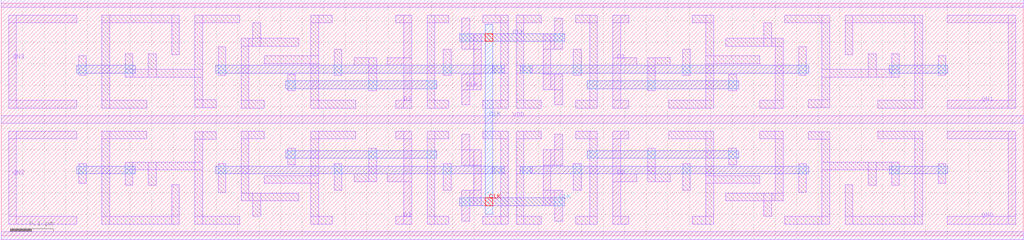
<source format=lef>
VERSION 5.8 ;
BUSBITCHARS "[]" ;
DIVIDERCHAR "/" ;

SITE asap7sc7p5t_pg
 CLASS CORE ;
 SIZE 0.054 BY 0.540 ;
 SYMMETRY X Y ;
END asap7sc7p5t_pg

MACRO DFFHQNH2V2Xx1_ASAP7_75t_L
  CLASS CORE ;
  ORIGIN 0 0 ;
  FOREIGN DFFHQNH2V2Xx1_ASAP7_75t_L 0 0 ;
  SIZE 2.16 BY 0.54 ;
  SYMMETRY X Y ;
  SITE asap7sc7p5t_pg ;
  PIN D0
    DIRECTION INPUT ;
    USE SIGNAL ;
    PORT
      LAYER M1 ;
        RECT 1.314 0.126 1.37 0.144 ;
        RECT 1.314 0.225 1.351 0.243 ;
        RECT 1.314 0.027 1.351 0.045 ;
        RECT 1.314 0.027 1.332 0.243 ;
    END
  END D0
  PIN D1
    DIRECTION INPUT ;
    USE SIGNAL ;
    PORT
      LAYER M1 ;
        RECT 1.314 0.396 1.37 0.414 ;
        RECT 1.314 0.495 1.351 0.513 ;
        RECT 1.314 0.297 1.351 0.315 ;
        RECT 1.314 0.297 1.332 0.513 ;
    END
  END D1
  PIN D2
    DIRECTION INPUT ;
    USE SIGNAL ;
    PORT
      LAYER M1 ;
        RECT 0.809 0.225 0.846 0.243 ;
        RECT 0.828 0.027 0.846 0.243 ;
        RECT 0.79 0.126 0.846 0.144 ;
        RECT 0.809 0.027 0.846 0.045 ;
    END
  END D2
  PIN D3
    DIRECTION INPUT ;
    USE SIGNAL ;
    PORT
      LAYER M1 ;
        RECT 0.809 0.495 0.846 0.513 ;
        RECT 0.828 0.297 0.846 0.513 ;
        RECT 0.79 0.396 0.846 0.414 ;
        RECT 0.809 0.297 0.846 0.315 ;
    END
  END D3
  PIN QN0
    DIRECTION OUTPUT ;
    USE SIGNAL ;
    PORT
      LAYER M1 ;
        RECT 2.092 0.225 2.142 0.243 ;
        RECT 2.124 0.027 2.142 0.243 ;
        RECT 2.092 0.027 2.142 0.045 ;
    END
  END QN0
  PIN QN1
    DIRECTION OUTPUT ;
    USE SIGNAL ;
    PORT
      LAYER M1 ;
        RECT 2.092 0.495 2.142 0.513 ;
        RECT 2.124 0.297 2.142 0.513 ;
        RECT 2.092 0.297 2.142 0.315 ;
    END
  END QN1
  PIN QN2
    DIRECTION OUTPUT ;
    USE SIGNAL ;
    PORT
      LAYER M1 ;
        RECT 0.018 0.225 0.068 0.243 ;
        RECT 0.018 0.027 0.068 0.045 ;
        RECT 0.018 0.027 0.036 0.243 ;
    END
  END QN2
  PIN QN3
    DIRECTION OUTPUT ;
    USE SIGNAL ;
    PORT
      LAYER M1 ;
        RECT 0.018 0.495 0.068 0.513 ;
        RECT 0.018 0.297 0.068 0.315 ;
        RECT 0.018 0.297 0.036 0.513 ;
    END
  END QN3
  PIN VDD
    DIRECTION INOUT ;
    USE POWER ;
    SHAPE ABUTMENT ;
    PORT
      LAYER M1 ;
        RECT 0 0.261 2.16 0.279 ;
    END
  END VDD
  PIN VSS
    DIRECTION INOUT ;
    USE GROUND ;
    SHAPE ABUTMENT ;
    PORT
      LAYER M1 ;
        RECT 0 -0.009 2.16 0.009 ;
        RECT 0 0.531 2.16 0.549 ;
    END
  END VSS
  PIN CLK
    DIRECTION INPUT ;
    USE CLOCK ;
    PORT
      LAYER M2 ;
        RECT 0.958 0.07 1.202 0.088 ;
        RECT 0.958 0.452 1.202 0.47 ;
      LAYER M3 ;
        RECT 1.017 0.05 1.035 0.492 ;
      LAYER M1 ;
        RECT 1.179 0.164 1.197 0.236 ;
        RECT 1.152 0.07 1.197 0.106 ;
        RECT 1.179 0.034 1.197 0.106 ;
        RECT 1.152 0.164 1.197 0.2 ;
        RECT 1.152 0.07 1.17 0.2 ;
        RECT 1.179 0.434 1.197 0.506 ;
        RECT 1.152 0.34 1.197 0.376 ;
        RECT 1.179 0.304 1.197 0.376 ;
        RECT 1.152 0.434 1.197 0.47 ;
        RECT 1.152 0.34 1.17 0.47 ;
        RECT 0.963 0.164 1.008 0.2 ;
        RECT 0.99 0.07 1.008 0.2 ;
        RECT 0.963 0.07 1.008 0.106 ;
        RECT 0.963 0.164 0.981 0.236 ;
        RECT 0.963 0.034 0.981 0.106 ;
        RECT 0.963 0.434 1.008 0.47 ;
        RECT 0.99 0.34 1.008 0.47 ;
        RECT 0.963 0.34 1.008 0.376 ;
        RECT 0.963 0.434 0.981 0.506 ;
        RECT 0.963 0.304 0.981 0.376 ;
      LAYER V2 ;
        RECT 1.017 0.452 1.035 0.47 ;
        RECT 1.017 0.07 1.035 0.088 ;
      LAYER V1 ;
        RECT 0.963 0.452 0.981 0.47 ;
        RECT 0.963 0.07 0.981 0.088 ;
        RECT 1.179 0.452 1.197 0.47 ;
        RECT 1.179 0.07 1.197 0.088 ;
    END
  END CLK
  OBS
    LAYER M1 ;
      RECT 1.93 0.225 2.034 0.243 ;
      RECT 2.016 0.027 2.034 0.243 ;
      RECT 1.854 0.027 1.872 0.119 ;
      RECT 1.854 0.027 2.034 0.045 ;
      RECT 1.854 0.495 2.034 0.513 ;
      RECT 2.016 0.297 2.034 0.513 ;
      RECT 1.854 0.421 1.872 0.513 ;
      RECT 1.93 0.297 2.034 0.315 ;
      RECT 1.768 0.224 1.818 0.242 ;
      RECT 1.8 0.027 1.818 0.242 ;
      RECT 1.8 0.153 1.98 0.171 ;
      RECT 1.962 0.117 1.98 0.171 ;
      RECT 1.908 0.117 1.926 0.171 ;
      RECT 1.714 0.027 1.818 0.045 ;
      RECT 1.714 0.495 1.818 0.513 ;
      RECT 1.8 0.298 1.818 0.513 ;
      RECT 1.962 0.369 1.98 0.423 ;
      RECT 1.908 0.369 1.926 0.423 ;
      RECT 1.8 0.369 1.98 0.387 ;
      RECT 1.768 0.298 1.818 0.316 ;
      RECT 1.656 0.225 1.71 0.243 ;
      RECT 1.692 0.081 1.71 0.243 ;
      RECT 1.576 0.081 1.71 0.099 ;
      RECT 1.665 0.045 1.683 0.099 ;
      RECT 1.665 0.441 1.683 0.495 ;
      RECT 1.576 0.441 1.71 0.459 ;
      RECT 1.692 0.297 1.71 0.459 ;
      RECT 1.656 0.297 1.71 0.315 ;
      RECT 1.444 0.225 1.548 0.243 ;
      RECT 1.53 0.027 1.548 0.243 ;
      RECT 1.53 0.122 1.656 0.14 ;
      RECT 1.498 0.027 1.548 0.045 ;
      RECT 1.498 0.495 1.548 0.513 ;
      RECT 1.53 0.297 1.548 0.513 ;
      RECT 1.53 0.4 1.656 0.418 ;
      RECT 1.444 0.297 1.548 0.315 ;
      RECT 1.395 0.126 1.413 0.203 ;
      RECT 1.395 0.126 1.447 0.144 ;
      RECT 1.395 0.396 1.447 0.414 ;
      RECT 1.395 0.337 1.413 0.414 ;
      RECT 1.228 0.225 1.278 0.243 ;
      RECT 1.26 0.027 1.278 0.243 ;
      RECT 1.228 0.027 1.278 0.045 ;
      RECT 1.228 0.495 1.278 0.513 ;
      RECT 1.26 0.297 1.278 0.513 ;
      RECT 1.228 0.297 1.278 0.315 ;
      RECT 1.089 0.225 1.148 0.243 ;
      RECT 1.089 0.027 1.107 0.243 ;
      RECT 1.089 0.144 1.127 0.162 ;
      RECT 1.089 0.027 1.148 0.045 ;
      RECT 1.089 0.495 1.148 0.513 ;
      RECT 1.089 0.297 1.107 0.513 ;
      RECT 1.089 0.378 1.127 0.396 ;
      RECT 1.089 0.297 1.148 0.315 ;
      RECT 1.012 0.225 1.071 0.243 ;
      RECT 1.053 0.027 1.071 0.243 ;
      RECT 1.033 0.144 1.071 0.162 ;
      RECT 1.012 0.027 1.071 0.045 ;
      RECT 1.012 0.495 1.071 0.513 ;
      RECT 1.053 0.297 1.071 0.513 ;
      RECT 1.033 0.378 1.071 0.396 ;
      RECT 1.012 0.297 1.071 0.315 ;
      RECT 0.882 0.225 0.932 0.243 ;
      RECT 0.882 0.027 0.9 0.243 ;
      RECT 0.882 0.027 0.932 0.045 ;
      RECT 0.882 0.495 0.932 0.513 ;
      RECT 0.882 0.297 0.9 0.513 ;
      RECT 0.882 0.297 0.932 0.315 ;
      RECT 0.747 0.126 0.765 0.203 ;
      RECT 0.713 0.126 0.765 0.144 ;
      RECT 0.713 0.396 0.765 0.414 ;
      RECT 0.747 0.337 0.765 0.414 ;
      RECT 0.612 0.225 0.716 0.243 ;
      RECT 0.612 0.027 0.63 0.243 ;
      RECT 0.504 0.122 0.63 0.14 ;
      RECT 0.612 0.027 0.662 0.045 ;
      RECT 0.612 0.495 0.662 0.513 ;
      RECT 0.612 0.297 0.63 0.513 ;
      RECT 0.504 0.4 0.63 0.418 ;
      RECT 0.612 0.297 0.716 0.315 ;
      RECT 0.45 0.225 0.504 0.243 ;
      RECT 0.45 0.081 0.468 0.243 ;
      RECT 0.45 0.081 0.584 0.099 ;
      RECT 0.477 0.045 0.495 0.099 ;
      RECT 0.477 0.441 0.495 0.495 ;
      RECT 0.45 0.441 0.584 0.459 ;
      RECT 0.45 0.297 0.468 0.459 ;
      RECT 0.45 0.297 0.504 0.315 ;
      RECT 0.342 0.224 0.392 0.242 ;
      RECT 0.342 0.027 0.36 0.242 ;
      RECT 0.18 0.153 0.36 0.171 ;
      RECT 0.234 0.117 0.252 0.171 ;
      RECT 0.18 0.117 0.198 0.171 ;
      RECT 0.342 0.027 0.446 0.045 ;
      RECT 0.342 0.495 0.446 0.513 ;
      RECT 0.342 0.298 0.36 0.513 ;
      RECT 0.234 0.369 0.252 0.423 ;
      RECT 0.18 0.369 0.198 0.423 ;
      RECT 0.18 0.369 0.36 0.387 ;
      RECT 0.342 0.298 0.392 0.316 ;
      RECT 0.126 0.225 0.23 0.243 ;
      RECT 0.126 0.027 0.144 0.243 ;
      RECT 0.288 0.027 0.306 0.119 ;
      RECT 0.126 0.027 0.306 0.045 ;
      RECT 0.126 0.495 0.306 0.513 ;
      RECT 0.288 0.421 0.306 0.513 ;
      RECT 0.126 0.297 0.144 0.513 ;
      RECT 0.126 0.297 0.23 0.315 ;
      RECT 2.07 0.09 2.088 0.167 ;
      RECT 2.07 0.373 2.088 0.45 ;
      RECT 1.746 0.101 1.764 0.167 ;
      RECT 1.746 0.373 1.764 0.439 ;
      RECT 1.584 0.165 1.602 0.203 ;
      RECT 1.584 0.337 1.602 0.375 ;
      RECT 1.476 0.106 1.494 0.167 ;
      RECT 1.476 0.373 1.494 0.434 ;
      RECT 1.222 0.106 1.24 0.167 ;
      RECT 1.222 0.373 1.24 0.434 ;
      RECT 0.92 0.106 0.938 0.167 ;
      RECT 0.92 0.373 0.938 0.434 ;
      RECT 0.666 0.106 0.684 0.167 ;
      RECT 0.666 0.373 0.684 0.434 ;
      RECT 0.558 0.165 0.576 0.203 ;
      RECT 0.558 0.337 0.576 0.375 ;
      RECT 0.396 0.101 0.414 0.167 ;
      RECT 0.396 0.373 0.414 0.439 ;
      RECT 0.072 0.09 0.09 0.167 ;
      RECT 0.072 0.373 0.09 0.45 ;
    LAYER M2 ;
      RECT 1.957 0.144 2.093 0.162 ;
      RECT 1.957 0.378 2.093 0.396 ;
      RECT 1.099 0.144 1.769 0.162 ;
      RECT 1.099 0.378 1.769 0.396 ;
      RECT 1.255 0.18 1.607 0.198 ;
      RECT 1.255 0.342 1.607 0.36 ;
      RECT 0.391 0.144 1.061 0.162 ;
      RECT 0.391 0.378 1.061 0.396 ;
      RECT 0.553 0.18 0.905 0.198 ;
      RECT 0.553 0.342 0.905 0.36 ;
      RECT 0.067 0.144 0.203 0.162 ;
      RECT 0.067 0.378 0.203 0.396 ;
    LAYER V1 ;
      RECT 2.07 0.144 2.088 0.162 ;
      RECT 2.07 0.378 2.088 0.396 ;
      RECT 1.962 0.144 1.98 0.162 ;
      RECT 1.962 0.378 1.98 0.396 ;
      RECT 1.746 0.144 1.764 0.162 ;
      RECT 1.746 0.378 1.764 0.396 ;
      RECT 1.584 0.18 1.602 0.198 ;
      RECT 1.584 0.342 1.602 0.36 ;
      RECT 1.476 0.144 1.494 0.162 ;
      RECT 1.476 0.378 1.494 0.396 ;
      RECT 1.395 0.18 1.413 0.198 ;
      RECT 1.395 0.342 1.413 0.36 ;
      RECT 1.26 0.18 1.278 0.198 ;
      RECT 1.26 0.342 1.278 0.36 ;
      RECT 1.222 0.144 1.24 0.162 ;
      RECT 1.222 0.378 1.24 0.396 ;
      RECT 1.104 0.144 1.122 0.162 ;
      RECT 1.104 0.378 1.122 0.396 ;
      RECT 1.038 0.144 1.056 0.162 ;
      RECT 1.038 0.378 1.056 0.396 ;
      RECT 0.92 0.144 0.938 0.162 ;
      RECT 0.92 0.378 0.938 0.396 ;
      RECT 0.882 0.18 0.9 0.198 ;
      RECT 0.882 0.342 0.9 0.36 ;
      RECT 0.747 0.18 0.765 0.198 ;
      RECT 0.747 0.342 0.765 0.36 ;
      RECT 0.666 0.144 0.684 0.162 ;
      RECT 0.666 0.378 0.684 0.396 ;
      RECT 0.558 0.18 0.576 0.198 ;
      RECT 0.558 0.342 0.576 0.36 ;
      RECT 0.396 0.144 0.414 0.162 ;
      RECT 0.396 0.378 0.414 0.396 ;
      RECT 0.18 0.144 0.198 0.162 ;
      RECT 0.18 0.378 0.198 0.396 ;
      RECT 0.072 0.144 0.09 0.162 ;
      RECT 0.072 0.378 0.09 0.396 ;
  END
END DFFHQNH2V2Xx1_ASAP7_75t_L

MACRO DFFHQNH2V2Xx1_ASAP7_75t_R
  CLASS CORE ;
  ORIGIN 0 0 ;
  FOREIGN DFFHQNH2V2Xx1_ASAP7_75t_R 0 0 ;
  SIZE 2.16 BY 0.54 ;
  SYMMETRY X Y ;
  SITE asap7sc7p5t_pg ;
  PIN D0
    DIRECTION INPUT ;
    USE SIGNAL ;
    PORT
      LAYER M1 ;
        RECT 1.314 0.126 1.37 0.144 ;
        RECT 1.314 0.225 1.351 0.243 ;
        RECT 1.314 0.027 1.351 0.045 ;
        RECT 1.314 0.027 1.332 0.243 ;
    END
  END D0
  PIN D1
    DIRECTION INPUT ;
    USE SIGNAL ;
    PORT
      LAYER M1 ;
        RECT 1.314 0.396 1.37 0.414 ;
        RECT 1.314 0.495 1.351 0.513 ;
        RECT 1.314 0.297 1.351 0.315 ;
        RECT 1.314 0.297 1.332 0.513 ;
    END
  END D1
  PIN D2
    DIRECTION INPUT ;
    USE SIGNAL ;
    PORT
      LAYER M1 ;
        RECT 0.809 0.225 0.846 0.243 ;
        RECT 0.828 0.027 0.846 0.243 ;
        RECT 0.79 0.126 0.846 0.144 ;
        RECT 0.809 0.027 0.846 0.045 ;
    END
  END D2
  PIN D3
    DIRECTION INPUT ;
    USE SIGNAL ;
    PORT
      LAYER M1 ;
        RECT 0.809 0.495 0.846 0.513 ;
        RECT 0.828 0.297 0.846 0.513 ;
        RECT 0.79 0.396 0.846 0.414 ;
        RECT 0.809 0.297 0.846 0.315 ;
    END
  END D3
  PIN QN0
    DIRECTION OUTPUT ;
    USE SIGNAL ;
    PORT
      LAYER M1 ;
        RECT 2.092 0.225 2.142 0.243 ;
        RECT 2.124 0.027 2.142 0.243 ;
        RECT 2.092 0.027 2.142 0.045 ;
    END
  END QN0
  PIN QN1
    DIRECTION OUTPUT ;
    USE SIGNAL ;
    PORT
      LAYER M1 ;
        RECT 2.092 0.495 2.142 0.513 ;
        RECT 2.124 0.297 2.142 0.513 ;
        RECT 2.092 0.297 2.142 0.315 ;
    END
  END QN1
  PIN QN2
    DIRECTION OUTPUT ;
    USE SIGNAL ;
    PORT
      LAYER M1 ;
        RECT 0.018 0.225 0.068 0.243 ;
        RECT 0.018 0.027 0.068 0.045 ;
        RECT 0.018 0.027 0.036 0.243 ;
    END
  END QN2
  PIN QN3
    DIRECTION OUTPUT ;
    USE SIGNAL ;
    PORT
      LAYER M1 ;
        RECT 0.018 0.495 0.068 0.513 ;
        RECT 0.018 0.297 0.068 0.315 ;
        RECT 0.018 0.297 0.036 0.513 ;
    END
  END QN3
  PIN VDD
    DIRECTION INOUT ;
    USE POWER ;
    SHAPE ABUTMENT ;
    PORT
      LAYER M1 ;
        RECT 0 0.261 2.16 0.279 ;
    END
  END VDD
  PIN VSS
    DIRECTION INOUT ;
    USE GROUND ;
    SHAPE ABUTMENT ;
    PORT
      LAYER M1 ;
        RECT 0 -0.009 2.16 0.009 ;
        RECT 0 0.531 2.16 0.549 ;
    END
  END VSS
  PIN CLK
    DIRECTION INPUT ;
    USE CLOCK ;
    PORT
      LAYER M2 ;
        RECT 0.958 0.07 1.202 0.088 ;
        RECT 0.958 0.452 1.202 0.47 ;
      LAYER M3 ;
        RECT 1.017 0.05 1.035 0.492 ;
      LAYER M1 ;
        RECT 1.179 0.164 1.197 0.236 ;
        RECT 1.152 0.07 1.197 0.106 ;
        RECT 1.179 0.034 1.197 0.106 ;
        RECT 1.152 0.164 1.197 0.2 ;
        RECT 1.152 0.07 1.17 0.2 ;
        RECT 1.179 0.434 1.197 0.506 ;
        RECT 1.152 0.34 1.197 0.376 ;
        RECT 1.179 0.304 1.197 0.376 ;
        RECT 1.152 0.434 1.197 0.47 ;
        RECT 1.152 0.34 1.17 0.47 ;
        RECT 0.963 0.164 1.008 0.2 ;
        RECT 0.99 0.07 1.008 0.2 ;
        RECT 0.963 0.07 1.008 0.106 ;
        RECT 0.963 0.164 0.981 0.236 ;
        RECT 0.963 0.034 0.981 0.106 ;
        RECT 0.963 0.434 1.008 0.47 ;
        RECT 0.99 0.34 1.008 0.47 ;
        RECT 0.963 0.34 1.008 0.376 ;
        RECT 0.963 0.434 0.981 0.506 ;
        RECT 0.963 0.304 0.981 0.376 ;
      LAYER V2 ;
        RECT 1.017 0.452 1.035 0.47 ;
        RECT 1.017 0.07 1.035 0.088 ;
      LAYER V1 ;
        RECT 0.963 0.452 0.981 0.47 ;
        RECT 0.963 0.07 0.981 0.088 ;
        RECT 1.179 0.452 1.197 0.47 ;
        RECT 1.179 0.07 1.197 0.088 ;
    END
  END CLK
  OBS
    LAYER M1 ;
      RECT 1.93 0.225 2.034 0.243 ;
      RECT 2.016 0.027 2.034 0.243 ;
      RECT 1.854 0.027 1.872 0.119 ;
      RECT 1.854 0.027 2.034 0.045 ;
      RECT 1.854 0.495 2.034 0.513 ;
      RECT 2.016 0.297 2.034 0.513 ;
      RECT 1.854 0.421 1.872 0.513 ;
      RECT 1.93 0.297 2.034 0.315 ;
      RECT 1.768 0.224 1.818 0.242 ;
      RECT 1.8 0.027 1.818 0.242 ;
      RECT 1.8 0.153 1.98 0.171 ;
      RECT 1.962 0.117 1.98 0.171 ;
      RECT 1.908 0.117 1.926 0.171 ;
      RECT 1.714 0.027 1.818 0.045 ;
      RECT 1.714 0.495 1.818 0.513 ;
      RECT 1.8 0.298 1.818 0.513 ;
      RECT 1.962 0.369 1.98 0.423 ;
      RECT 1.908 0.369 1.926 0.423 ;
      RECT 1.8 0.369 1.98 0.387 ;
      RECT 1.768 0.298 1.818 0.316 ;
      RECT 1.656 0.225 1.71 0.243 ;
      RECT 1.692 0.081 1.71 0.243 ;
      RECT 1.576 0.081 1.71 0.099 ;
      RECT 1.665 0.045 1.683 0.099 ;
      RECT 1.665 0.441 1.683 0.495 ;
      RECT 1.576 0.441 1.71 0.459 ;
      RECT 1.692 0.297 1.71 0.459 ;
      RECT 1.656 0.297 1.71 0.315 ;
      RECT 1.444 0.225 1.548 0.243 ;
      RECT 1.53 0.027 1.548 0.243 ;
      RECT 1.53 0.122 1.656 0.14 ;
      RECT 1.498 0.027 1.548 0.045 ;
      RECT 1.498 0.495 1.548 0.513 ;
      RECT 1.53 0.297 1.548 0.513 ;
      RECT 1.53 0.4 1.656 0.418 ;
      RECT 1.444 0.297 1.548 0.315 ;
      RECT 1.395 0.126 1.413 0.203 ;
      RECT 1.395 0.126 1.447 0.144 ;
      RECT 1.395 0.396 1.447 0.414 ;
      RECT 1.395 0.337 1.413 0.414 ;
      RECT 1.228 0.225 1.278 0.243 ;
      RECT 1.26 0.027 1.278 0.243 ;
      RECT 1.228 0.027 1.278 0.045 ;
      RECT 1.228 0.495 1.278 0.513 ;
      RECT 1.26 0.297 1.278 0.513 ;
      RECT 1.228 0.297 1.278 0.315 ;
      RECT 1.089 0.225 1.148 0.243 ;
      RECT 1.089 0.027 1.107 0.243 ;
      RECT 1.089 0.144 1.127 0.162 ;
      RECT 1.089 0.027 1.148 0.045 ;
      RECT 1.089 0.495 1.148 0.513 ;
      RECT 1.089 0.297 1.107 0.513 ;
      RECT 1.089 0.378 1.127 0.396 ;
      RECT 1.089 0.297 1.148 0.315 ;
      RECT 1.012 0.225 1.071 0.243 ;
      RECT 1.053 0.027 1.071 0.243 ;
      RECT 1.033 0.144 1.071 0.162 ;
      RECT 1.012 0.027 1.071 0.045 ;
      RECT 1.012 0.495 1.071 0.513 ;
      RECT 1.053 0.297 1.071 0.513 ;
      RECT 1.033 0.378 1.071 0.396 ;
      RECT 1.012 0.297 1.071 0.315 ;
      RECT 0.882 0.225 0.932 0.243 ;
      RECT 0.882 0.027 0.9 0.243 ;
      RECT 0.882 0.027 0.932 0.045 ;
      RECT 0.882 0.495 0.932 0.513 ;
      RECT 0.882 0.297 0.9 0.513 ;
      RECT 0.882 0.297 0.932 0.315 ;
      RECT 0.747 0.126 0.765 0.203 ;
      RECT 0.713 0.126 0.765 0.144 ;
      RECT 0.713 0.396 0.765 0.414 ;
      RECT 0.747 0.337 0.765 0.414 ;
      RECT 0.612 0.225 0.716 0.243 ;
      RECT 0.612 0.027 0.63 0.243 ;
      RECT 0.504 0.122 0.63 0.14 ;
      RECT 0.612 0.027 0.662 0.045 ;
      RECT 0.612 0.495 0.662 0.513 ;
      RECT 0.612 0.297 0.63 0.513 ;
      RECT 0.504 0.4 0.63 0.418 ;
      RECT 0.612 0.297 0.716 0.315 ;
      RECT 0.45 0.225 0.504 0.243 ;
      RECT 0.45 0.081 0.468 0.243 ;
      RECT 0.45 0.081 0.584 0.099 ;
      RECT 0.477 0.045 0.495 0.099 ;
      RECT 0.477 0.441 0.495 0.495 ;
      RECT 0.45 0.441 0.584 0.459 ;
      RECT 0.45 0.297 0.468 0.459 ;
      RECT 0.45 0.297 0.504 0.315 ;
      RECT 0.342 0.224 0.392 0.242 ;
      RECT 0.342 0.027 0.36 0.242 ;
      RECT 0.18 0.153 0.36 0.171 ;
      RECT 0.234 0.117 0.252 0.171 ;
      RECT 0.18 0.117 0.198 0.171 ;
      RECT 0.342 0.027 0.446 0.045 ;
      RECT 0.342 0.495 0.446 0.513 ;
      RECT 0.342 0.298 0.36 0.513 ;
      RECT 0.234 0.369 0.252 0.423 ;
      RECT 0.18 0.369 0.198 0.423 ;
      RECT 0.18 0.369 0.36 0.387 ;
      RECT 0.342 0.298 0.392 0.316 ;
      RECT 0.126 0.225 0.23 0.243 ;
      RECT 0.126 0.027 0.144 0.243 ;
      RECT 0.288 0.027 0.306 0.119 ;
      RECT 0.126 0.027 0.306 0.045 ;
      RECT 0.126 0.495 0.306 0.513 ;
      RECT 0.288 0.421 0.306 0.513 ;
      RECT 0.126 0.297 0.144 0.513 ;
      RECT 0.126 0.297 0.23 0.315 ;
      RECT 2.07 0.09 2.088 0.167 ;
      RECT 2.07 0.373 2.088 0.45 ;
      RECT 1.746 0.101 1.764 0.167 ;
      RECT 1.746 0.373 1.764 0.439 ;
      RECT 1.584 0.165 1.602 0.203 ;
      RECT 1.584 0.337 1.602 0.375 ;
      RECT 1.476 0.106 1.494 0.167 ;
      RECT 1.476 0.373 1.494 0.434 ;
      RECT 1.222 0.106 1.24 0.167 ;
      RECT 1.222 0.373 1.24 0.434 ;
      RECT 0.92 0.106 0.938 0.167 ;
      RECT 0.92 0.373 0.938 0.434 ;
      RECT 0.666 0.106 0.684 0.167 ;
      RECT 0.666 0.373 0.684 0.434 ;
      RECT 0.558 0.165 0.576 0.203 ;
      RECT 0.558 0.337 0.576 0.375 ;
      RECT 0.396 0.101 0.414 0.167 ;
      RECT 0.396 0.373 0.414 0.439 ;
      RECT 0.072 0.09 0.09 0.167 ;
      RECT 0.072 0.373 0.09 0.45 ;
    LAYER M2 ;
      RECT 1.957 0.144 2.093 0.162 ;
      RECT 1.957 0.378 2.093 0.396 ;
      RECT 1.099 0.144 1.769 0.162 ;
      RECT 1.099 0.378 1.769 0.396 ;
      RECT 1.255 0.18 1.607 0.198 ;
      RECT 1.255 0.342 1.607 0.36 ;
      RECT 0.391 0.144 1.061 0.162 ;
      RECT 0.391 0.378 1.061 0.396 ;
      RECT 0.553 0.18 0.905 0.198 ;
      RECT 0.553 0.342 0.905 0.36 ;
      RECT 0.067 0.144 0.203 0.162 ;
      RECT 0.067 0.378 0.203 0.396 ;
    LAYER V1 ;
      RECT 2.07 0.144 2.088 0.162 ;
      RECT 2.07 0.378 2.088 0.396 ;
      RECT 1.962 0.144 1.98 0.162 ;
      RECT 1.962 0.378 1.98 0.396 ;
      RECT 1.746 0.144 1.764 0.162 ;
      RECT 1.746 0.378 1.764 0.396 ;
      RECT 1.584 0.18 1.602 0.198 ;
      RECT 1.584 0.342 1.602 0.36 ;
      RECT 1.476 0.144 1.494 0.162 ;
      RECT 1.476 0.378 1.494 0.396 ;
      RECT 1.395 0.18 1.413 0.198 ;
      RECT 1.395 0.342 1.413 0.36 ;
      RECT 1.26 0.18 1.278 0.198 ;
      RECT 1.26 0.342 1.278 0.36 ;
      RECT 1.222 0.144 1.24 0.162 ;
      RECT 1.222 0.378 1.24 0.396 ;
      RECT 1.104 0.144 1.122 0.162 ;
      RECT 1.104 0.378 1.122 0.396 ;
      RECT 1.038 0.144 1.056 0.162 ;
      RECT 1.038 0.378 1.056 0.396 ;
      RECT 0.92 0.144 0.938 0.162 ;
      RECT 0.92 0.378 0.938 0.396 ;
      RECT 0.882 0.18 0.9 0.198 ;
      RECT 0.882 0.342 0.9 0.36 ;
      RECT 0.747 0.18 0.765 0.198 ;
      RECT 0.747 0.342 0.765 0.36 ;
      RECT 0.666 0.144 0.684 0.162 ;
      RECT 0.666 0.378 0.684 0.396 ;
      RECT 0.558 0.18 0.576 0.198 ;
      RECT 0.558 0.342 0.576 0.36 ;
      RECT 0.396 0.144 0.414 0.162 ;
      RECT 0.396 0.378 0.414 0.396 ;
      RECT 0.18 0.144 0.198 0.162 ;
      RECT 0.18 0.378 0.198 0.396 ;
      RECT 0.072 0.144 0.09 0.162 ;
      RECT 0.072 0.378 0.09 0.396 ;
  END
END DFFHQNH2V2Xx1_ASAP7_75t_R

MACRO DFFHQNH2V2Xx1_ASAP7_75t_SL
  CLASS CORE ;
  ORIGIN 0 0 ;
  FOREIGN DFFHQNH2V2Xx1_ASAP7_75t_SL 0 0 ;
  SIZE 2.16 BY 0.54 ;
  SYMMETRY X Y ;
  SITE asap7sc7p5t_pg ;
  PIN D0
    DIRECTION INPUT ;
    USE SIGNAL ;
    PORT
      LAYER M1 ;
        RECT 1.314 0.126 1.37 0.144 ;
        RECT 1.314 0.225 1.351 0.243 ;
        RECT 1.314 0.027 1.351 0.045 ;
        RECT 1.314 0.027 1.332 0.243 ;
    END
  END D0
  PIN D1
    DIRECTION INPUT ;
    USE SIGNAL ;
    PORT
      LAYER M1 ;
        RECT 1.314 0.396 1.37 0.414 ;
        RECT 1.314 0.495 1.351 0.513 ;
        RECT 1.314 0.297 1.351 0.315 ;
        RECT 1.314 0.297 1.332 0.513 ;
    END
  END D1
  PIN D2
    DIRECTION INPUT ;
    USE SIGNAL ;
    PORT
      LAYER M1 ;
        RECT 0.809 0.225 0.846 0.243 ;
        RECT 0.828 0.027 0.846 0.243 ;
        RECT 0.79 0.126 0.846 0.144 ;
        RECT 0.809 0.027 0.846 0.045 ;
    END
  END D2
  PIN D3
    DIRECTION INPUT ;
    USE SIGNAL ;
    PORT
      LAYER M1 ;
        RECT 0.809 0.495 0.846 0.513 ;
        RECT 0.828 0.297 0.846 0.513 ;
        RECT 0.79 0.396 0.846 0.414 ;
        RECT 0.809 0.297 0.846 0.315 ;
    END
  END D3
  PIN QN0
    DIRECTION OUTPUT ;
    USE SIGNAL ;
    PORT
      LAYER M1 ;
        RECT 2.092 0.225 2.142 0.243 ;
        RECT 2.124 0.027 2.142 0.243 ;
        RECT 2.092 0.027 2.142 0.045 ;
    END
  END QN0
  PIN QN1
    DIRECTION OUTPUT ;
    USE SIGNAL ;
    PORT
      LAYER M1 ;
        RECT 2.092 0.495 2.142 0.513 ;
        RECT 2.124 0.297 2.142 0.513 ;
        RECT 2.092 0.297 2.142 0.315 ;
    END
  END QN1
  PIN QN2
    DIRECTION OUTPUT ;
    USE SIGNAL ;
    PORT
      LAYER M1 ;
        RECT 0.018 0.225 0.068 0.243 ;
        RECT 0.018 0.027 0.068 0.045 ;
        RECT 0.018 0.027 0.036 0.243 ;
    END
  END QN2
  PIN QN3
    DIRECTION OUTPUT ;
    USE SIGNAL ;
    PORT
      LAYER M1 ;
        RECT 0.018 0.495 0.068 0.513 ;
        RECT 0.018 0.297 0.068 0.315 ;
        RECT 0.018 0.297 0.036 0.513 ;
    END
  END QN3
  PIN VDD
    DIRECTION INOUT ;
    USE POWER ;
    SHAPE ABUTMENT ;
    PORT
      LAYER M1 ;
        RECT 0 0.261 2.16 0.279 ;
    END
  END VDD
  PIN VSS
    DIRECTION INOUT ;
    USE GROUND ;
    SHAPE ABUTMENT ;
    PORT
      LAYER M1 ;
        RECT 0 -0.009 2.16 0.009 ;
        RECT 0 0.531 2.16 0.549 ;
    END
  END VSS
  PIN CLK
    DIRECTION INPUT ;
    USE CLOCK ;
    PORT
      LAYER M2 ;
        RECT 0.958 0.07 1.202 0.088 ;
        RECT 0.958 0.452 1.202 0.47 ;
      LAYER M3 ;
        RECT 1.017 0.05 1.035 0.492 ;
      LAYER M1 ;
        RECT 1.179 0.164 1.197 0.236 ;
        RECT 1.152 0.07 1.197 0.106 ;
        RECT 1.179 0.034 1.197 0.106 ;
        RECT 1.152 0.164 1.197 0.2 ;
        RECT 1.152 0.07 1.17 0.2 ;
        RECT 1.179 0.434 1.197 0.506 ;
        RECT 1.152 0.34 1.197 0.376 ;
        RECT 1.179 0.304 1.197 0.376 ;
        RECT 1.152 0.434 1.197 0.47 ;
        RECT 1.152 0.34 1.17 0.47 ;
        RECT 0.963 0.164 1.008 0.2 ;
        RECT 0.99 0.07 1.008 0.2 ;
        RECT 0.963 0.07 1.008 0.106 ;
        RECT 0.963 0.164 0.981 0.236 ;
        RECT 0.963 0.034 0.981 0.106 ;
        RECT 0.963 0.434 1.008 0.47 ;
        RECT 0.99 0.34 1.008 0.47 ;
        RECT 0.963 0.34 1.008 0.376 ;
        RECT 0.963 0.434 0.981 0.506 ;
        RECT 0.963 0.304 0.981 0.376 ;
      LAYER V2 ;
        RECT 1.017 0.452 1.035 0.47 ;
        RECT 1.017 0.07 1.035 0.088 ;
      LAYER V1 ;
        RECT 0.963 0.452 0.981 0.47 ;
        RECT 0.963 0.07 0.981 0.088 ;
        RECT 1.179 0.452 1.197 0.47 ;
        RECT 1.179 0.07 1.197 0.088 ;
    END
  END CLK
  OBS
    LAYER M1 ;
      RECT 1.93 0.225 2.034 0.243 ;
      RECT 2.016 0.027 2.034 0.243 ;
      RECT 1.854 0.027 1.872 0.119 ;
      RECT 1.854 0.027 2.034 0.045 ;
      RECT 1.854 0.495 2.034 0.513 ;
      RECT 2.016 0.297 2.034 0.513 ;
      RECT 1.854 0.421 1.872 0.513 ;
      RECT 1.93 0.297 2.034 0.315 ;
      RECT 1.768 0.224 1.818 0.242 ;
      RECT 1.8 0.027 1.818 0.242 ;
      RECT 1.8 0.153 1.98 0.171 ;
      RECT 1.962 0.117 1.98 0.171 ;
      RECT 1.908 0.117 1.926 0.171 ;
      RECT 1.714 0.027 1.818 0.045 ;
      RECT 1.714 0.495 1.818 0.513 ;
      RECT 1.8 0.298 1.818 0.513 ;
      RECT 1.962 0.369 1.98 0.423 ;
      RECT 1.908 0.369 1.926 0.423 ;
      RECT 1.8 0.369 1.98 0.387 ;
      RECT 1.768 0.298 1.818 0.316 ;
      RECT 1.656 0.225 1.71 0.243 ;
      RECT 1.692 0.081 1.71 0.243 ;
      RECT 1.576 0.081 1.71 0.099 ;
      RECT 1.665 0.045 1.683 0.099 ;
      RECT 1.665 0.441 1.683 0.495 ;
      RECT 1.576 0.441 1.71 0.459 ;
      RECT 1.692 0.297 1.71 0.459 ;
      RECT 1.656 0.297 1.71 0.315 ;
      RECT 1.444 0.225 1.548 0.243 ;
      RECT 1.53 0.027 1.548 0.243 ;
      RECT 1.53 0.122 1.656 0.14 ;
      RECT 1.498 0.027 1.548 0.045 ;
      RECT 1.498 0.495 1.548 0.513 ;
      RECT 1.53 0.297 1.548 0.513 ;
      RECT 1.53 0.4 1.656 0.418 ;
      RECT 1.444 0.297 1.548 0.315 ;
      RECT 1.395 0.126 1.413 0.203 ;
      RECT 1.395 0.126 1.447 0.144 ;
      RECT 1.395 0.396 1.447 0.414 ;
      RECT 1.395 0.337 1.413 0.414 ;
      RECT 1.228 0.225 1.278 0.243 ;
      RECT 1.26 0.027 1.278 0.243 ;
      RECT 1.228 0.027 1.278 0.045 ;
      RECT 1.228 0.495 1.278 0.513 ;
      RECT 1.26 0.297 1.278 0.513 ;
      RECT 1.228 0.297 1.278 0.315 ;
      RECT 1.089 0.225 1.148 0.243 ;
      RECT 1.089 0.027 1.107 0.243 ;
      RECT 1.089 0.144 1.127 0.162 ;
      RECT 1.089 0.027 1.148 0.045 ;
      RECT 1.089 0.495 1.148 0.513 ;
      RECT 1.089 0.297 1.107 0.513 ;
      RECT 1.089 0.378 1.127 0.396 ;
      RECT 1.089 0.297 1.148 0.315 ;
      RECT 1.012 0.225 1.071 0.243 ;
      RECT 1.053 0.027 1.071 0.243 ;
      RECT 1.033 0.144 1.071 0.162 ;
      RECT 1.012 0.027 1.071 0.045 ;
      RECT 1.012 0.495 1.071 0.513 ;
      RECT 1.053 0.297 1.071 0.513 ;
      RECT 1.033 0.378 1.071 0.396 ;
      RECT 1.012 0.297 1.071 0.315 ;
      RECT 0.882 0.225 0.932 0.243 ;
      RECT 0.882 0.027 0.9 0.243 ;
      RECT 0.882 0.027 0.932 0.045 ;
      RECT 0.882 0.495 0.932 0.513 ;
      RECT 0.882 0.297 0.9 0.513 ;
      RECT 0.882 0.297 0.932 0.315 ;
      RECT 0.747 0.126 0.765 0.203 ;
      RECT 0.713 0.126 0.765 0.144 ;
      RECT 0.713 0.396 0.765 0.414 ;
      RECT 0.747 0.337 0.765 0.414 ;
      RECT 0.612 0.225 0.716 0.243 ;
      RECT 0.612 0.027 0.63 0.243 ;
      RECT 0.504 0.122 0.63 0.14 ;
      RECT 0.612 0.027 0.662 0.045 ;
      RECT 0.612 0.495 0.662 0.513 ;
      RECT 0.612 0.297 0.63 0.513 ;
      RECT 0.504 0.4 0.63 0.418 ;
      RECT 0.612 0.297 0.716 0.315 ;
      RECT 0.45 0.225 0.504 0.243 ;
      RECT 0.45 0.081 0.468 0.243 ;
      RECT 0.45 0.081 0.584 0.099 ;
      RECT 0.477 0.045 0.495 0.099 ;
      RECT 0.477 0.441 0.495 0.495 ;
      RECT 0.45 0.441 0.584 0.459 ;
      RECT 0.45 0.297 0.468 0.459 ;
      RECT 0.45 0.297 0.504 0.315 ;
      RECT 0.342 0.224 0.392 0.242 ;
      RECT 0.342 0.027 0.36 0.242 ;
      RECT 0.18 0.153 0.36 0.171 ;
      RECT 0.234 0.117 0.252 0.171 ;
      RECT 0.18 0.117 0.198 0.171 ;
      RECT 0.342 0.027 0.446 0.045 ;
      RECT 0.342 0.495 0.446 0.513 ;
      RECT 0.342 0.298 0.36 0.513 ;
      RECT 0.234 0.369 0.252 0.423 ;
      RECT 0.18 0.369 0.198 0.423 ;
      RECT 0.18 0.369 0.36 0.387 ;
      RECT 0.342 0.298 0.392 0.316 ;
      RECT 0.126 0.225 0.23 0.243 ;
      RECT 0.126 0.027 0.144 0.243 ;
      RECT 0.288 0.027 0.306 0.119 ;
      RECT 0.126 0.027 0.306 0.045 ;
      RECT 0.126 0.495 0.306 0.513 ;
      RECT 0.288 0.421 0.306 0.513 ;
      RECT 0.126 0.297 0.144 0.513 ;
      RECT 0.126 0.297 0.23 0.315 ;
      RECT 2.07 0.09 2.088 0.167 ;
      RECT 2.07 0.373 2.088 0.45 ;
      RECT 1.746 0.101 1.764 0.167 ;
      RECT 1.746 0.373 1.764 0.439 ;
      RECT 1.584 0.165 1.602 0.203 ;
      RECT 1.584 0.337 1.602 0.375 ;
      RECT 1.476 0.106 1.494 0.167 ;
      RECT 1.476 0.373 1.494 0.434 ;
      RECT 1.222 0.106 1.24 0.167 ;
      RECT 1.222 0.373 1.24 0.434 ;
      RECT 0.92 0.106 0.938 0.167 ;
      RECT 0.92 0.373 0.938 0.434 ;
      RECT 0.666 0.106 0.684 0.167 ;
      RECT 0.666 0.373 0.684 0.434 ;
      RECT 0.558 0.165 0.576 0.203 ;
      RECT 0.558 0.337 0.576 0.375 ;
      RECT 0.396 0.101 0.414 0.167 ;
      RECT 0.396 0.373 0.414 0.439 ;
      RECT 0.072 0.09 0.09 0.167 ;
      RECT 0.072 0.373 0.09 0.45 ;
    LAYER M2 ;
      RECT 1.957 0.144 2.093 0.162 ;
      RECT 1.957 0.378 2.093 0.396 ;
      RECT 1.099 0.144 1.769 0.162 ;
      RECT 1.099 0.378 1.769 0.396 ;
      RECT 1.255 0.18 1.607 0.198 ;
      RECT 1.255 0.342 1.607 0.36 ;
      RECT 0.391 0.144 1.061 0.162 ;
      RECT 0.391 0.378 1.061 0.396 ;
      RECT 0.553 0.18 0.905 0.198 ;
      RECT 0.553 0.342 0.905 0.36 ;
      RECT 0.067 0.144 0.203 0.162 ;
      RECT 0.067 0.378 0.203 0.396 ;
    LAYER V1 ;
      RECT 2.07 0.144 2.088 0.162 ;
      RECT 2.07 0.378 2.088 0.396 ;
      RECT 1.962 0.144 1.98 0.162 ;
      RECT 1.962 0.378 1.98 0.396 ;
      RECT 1.746 0.144 1.764 0.162 ;
      RECT 1.746 0.378 1.764 0.396 ;
      RECT 1.584 0.18 1.602 0.198 ;
      RECT 1.584 0.342 1.602 0.36 ;
      RECT 1.476 0.144 1.494 0.162 ;
      RECT 1.476 0.378 1.494 0.396 ;
      RECT 1.395 0.18 1.413 0.198 ;
      RECT 1.395 0.342 1.413 0.36 ;
      RECT 1.26 0.18 1.278 0.198 ;
      RECT 1.26 0.342 1.278 0.36 ;
      RECT 1.222 0.144 1.24 0.162 ;
      RECT 1.222 0.378 1.24 0.396 ;
      RECT 1.104 0.144 1.122 0.162 ;
      RECT 1.104 0.378 1.122 0.396 ;
      RECT 1.038 0.144 1.056 0.162 ;
      RECT 1.038 0.378 1.056 0.396 ;
      RECT 0.92 0.144 0.938 0.162 ;
      RECT 0.92 0.378 0.938 0.396 ;
      RECT 0.882 0.18 0.9 0.198 ;
      RECT 0.882 0.342 0.9 0.36 ;
      RECT 0.747 0.18 0.765 0.198 ;
      RECT 0.747 0.342 0.765 0.36 ;
      RECT 0.666 0.144 0.684 0.162 ;
      RECT 0.666 0.378 0.684 0.396 ;
      RECT 0.558 0.18 0.576 0.198 ;
      RECT 0.558 0.342 0.576 0.36 ;
      RECT 0.396 0.144 0.414 0.162 ;
      RECT 0.396 0.378 0.414 0.396 ;
      RECT 0.18 0.144 0.198 0.162 ;
      RECT 0.18 0.378 0.198 0.396 ;
      RECT 0.072 0.144 0.09 0.162 ;
      RECT 0.072 0.378 0.09 0.396 ;
  END
END DFFHQNH2V2Xx1_ASAP7_75t_SL

MACRO DFFHQNH2V2Xx2_ASAP7_75t_L
  CLASS CORE ;
  ORIGIN 0 0 ;
  FOREIGN DFFHQNH2V2Xx2_ASAP7_75t_L 0 0 ;
  SIZE 2.268 BY 0.54 ;
  SYMMETRY X Y ;
  SITE asap7sc7p5t_pg ;
  PIN D0
    DIRECTION INPUT ;
    USE SIGNAL ;
    PORT
      LAYER M1 ;
        RECT 1.368 0.126 1.424 0.144 ;
        RECT 1.368 0.225 1.405 0.243 ;
        RECT 1.368 0.027 1.405 0.045 ;
        RECT 1.368 0.027 1.386 0.243 ;
    END
  END D0
  PIN D1
    DIRECTION INPUT ;
    USE SIGNAL ;
    PORT
      LAYER M1 ;
        RECT 1.368 0.396 1.424 0.414 ;
        RECT 1.368 0.495 1.405 0.513 ;
        RECT 1.368 0.297 1.405 0.315 ;
        RECT 1.368 0.297 1.386 0.513 ;
    END
  END D1
  PIN D2
    DIRECTION INPUT ;
    USE SIGNAL ;
    PORT
      LAYER M1 ;
        RECT 0.863 0.225 0.9 0.243 ;
        RECT 0.882 0.027 0.9 0.243 ;
        RECT 0.844 0.126 0.9 0.144 ;
        RECT 0.863 0.027 0.9 0.045 ;
    END
  END D2
  PIN D3
    DIRECTION INPUT ;
    USE SIGNAL ;
    PORT
      LAYER M1 ;
        RECT 0.863 0.495 0.9 0.513 ;
        RECT 0.882 0.297 0.9 0.513 ;
        RECT 0.844 0.396 0.9 0.414 ;
        RECT 0.863 0.297 0.9 0.315 ;
    END
  END D3
  PIN QN0
    DIRECTION OUTPUT ;
    USE SIGNAL ;
    PORT
      LAYER M1 ;
        RECT 2.146 0.216 2.251 0.234 ;
        RECT 2.233 0.036 2.251 0.234 ;
        RECT 2.146 0.036 2.251 0.054 ;
    END
  END QN0
  PIN QN1
    DIRECTION OUTPUT ;
    USE SIGNAL ;
    PORT
      LAYER M1 ;
        RECT 2.146 0.486 2.251 0.504 ;
        RECT 2.233 0.306 2.251 0.504 ;
        RECT 2.146 0.306 2.251 0.324 ;
    END
  END QN1
  PIN QN2
    DIRECTION OUTPUT ;
    USE SIGNAL ;
    PORT
      LAYER M1 ;
        RECT 0.017 0.216 0.122 0.234 ;
        RECT 0.017 0.036 0.122 0.054 ;
        RECT 0.017 0.036 0.035 0.234 ;
    END
  END QN2
  PIN QN3
    DIRECTION OUTPUT ;
    USE SIGNAL ;
    PORT
      LAYER M1 ;
        RECT 0.017 0.486 0.122 0.504 ;
        RECT 0.017 0.306 0.122 0.324 ;
        RECT 0.017 0.306 0.035 0.504 ;
    END
  END QN3
  PIN VDD
    DIRECTION INOUT ;
    USE POWER ;
    SHAPE ABUTMENT ;
    PORT
      LAYER M1 ;
        RECT 0 0.261 2.268 0.279 ;
    END
  END VDD
  PIN VSS
    DIRECTION INOUT ;
    USE GROUND ;
    SHAPE ABUTMENT ;
    PORT
      LAYER M1 ;
        RECT 0 -0.009 2.268 0.009 ;
        RECT 0 0.531 2.268 0.549 ;
    END
  END VSS
  PIN CLK
    DIRECTION INPUT ;
    USE CLOCK ;
    PORT
      LAYER M2 ;
        RECT 1.012 0.07 1.256 0.088 ;
        RECT 1.012 0.452 1.256 0.47 ;
      LAYER M3 ;
        RECT 1.071 0.05 1.089 0.492 ;
      LAYER M1 ;
        RECT 1.233 0.164 1.251 0.236 ;
        RECT 1.206 0.07 1.251 0.106 ;
        RECT 1.233 0.034 1.251 0.106 ;
        RECT 1.206 0.164 1.251 0.2 ;
        RECT 1.206 0.07 1.224 0.2 ;
        RECT 1.233 0.434 1.251 0.506 ;
        RECT 1.206 0.34 1.251 0.376 ;
        RECT 1.233 0.304 1.251 0.376 ;
        RECT 1.206 0.434 1.251 0.47 ;
        RECT 1.206 0.34 1.224 0.47 ;
        RECT 1.017 0.164 1.062 0.2 ;
        RECT 1.044 0.07 1.062 0.2 ;
        RECT 1.017 0.07 1.062 0.106 ;
        RECT 1.017 0.164 1.035 0.236 ;
        RECT 1.017 0.034 1.035 0.106 ;
        RECT 1.017 0.434 1.062 0.47 ;
        RECT 1.044 0.34 1.062 0.47 ;
        RECT 1.017 0.34 1.062 0.376 ;
        RECT 1.017 0.434 1.035 0.506 ;
        RECT 1.017 0.304 1.035 0.376 ;
      LAYER V2 ;
        RECT 1.071 0.452 1.089 0.47 ;
        RECT 1.071 0.07 1.089 0.088 ;
      LAYER V1 ;
        RECT 1.017 0.452 1.035 0.47 ;
        RECT 1.017 0.07 1.035 0.088 ;
        RECT 1.233 0.452 1.251 0.47 ;
        RECT 1.233 0.07 1.251 0.088 ;
    END
  END CLK
  OBS
    LAYER M1 ;
      RECT 1.984 0.225 2.088 0.243 ;
      RECT 2.07 0.027 2.088 0.243 ;
      RECT 1.908 0.027 1.926 0.119 ;
      RECT 1.908 0.027 2.088 0.045 ;
      RECT 1.908 0.495 2.088 0.513 ;
      RECT 2.07 0.297 2.088 0.513 ;
      RECT 1.908 0.421 1.926 0.513 ;
      RECT 1.984 0.297 2.088 0.315 ;
      RECT 1.822 0.224 1.872 0.242 ;
      RECT 1.854 0.027 1.872 0.242 ;
      RECT 1.854 0.153 2.034 0.171 ;
      RECT 2.016 0.117 2.034 0.171 ;
      RECT 1.962 0.117 1.98 0.171 ;
      RECT 1.768 0.027 1.872 0.045 ;
      RECT 1.768 0.495 1.872 0.513 ;
      RECT 1.854 0.298 1.872 0.513 ;
      RECT 2.016 0.369 2.034 0.423 ;
      RECT 1.962 0.369 1.98 0.423 ;
      RECT 1.854 0.369 2.034 0.387 ;
      RECT 1.822 0.298 1.872 0.316 ;
      RECT 1.71 0.225 1.764 0.243 ;
      RECT 1.746 0.081 1.764 0.243 ;
      RECT 1.63 0.081 1.764 0.099 ;
      RECT 1.719 0.045 1.737 0.099 ;
      RECT 1.719 0.441 1.737 0.495 ;
      RECT 1.63 0.441 1.764 0.459 ;
      RECT 1.746 0.297 1.764 0.459 ;
      RECT 1.71 0.297 1.764 0.315 ;
      RECT 1.498 0.225 1.602 0.243 ;
      RECT 1.584 0.027 1.602 0.243 ;
      RECT 1.584 0.122 1.71 0.14 ;
      RECT 1.552 0.027 1.602 0.045 ;
      RECT 1.552 0.495 1.602 0.513 ;
      RECT 1.584 0.297 1.602 0.513 ;
      RECT 1.584 0.4 1.71 0.418 ;
      RECT 1.498 0.297 1.602 0.315 ;
      RECT 1.449 0.126 1.467 0.203 ;
      RECT 1.449 0.126 1.501 0.144 ;
      RECT 1.449 0.396 1.501 0.414 ;
      RECT 1.449 0.337 1.467 0.414 ;
      RECT 1.282 0.225 1.332 0.243 ;
      RECT 1.314 0.027 1.332 0.243 ;
      RECT 1.282 0.027 1.332 0.045 ;
      RECT 1.282 0.495 1.332 0.513 ;
      RECT 1.314 0.297 1.332 0.513 ;
      RECT 1.282 0.297 1.332 0.315 ;
      RECT 1.143 0.225 1.202 0.243 ;
      RECT 1.143 0.027 1.161 0.243 ;
      RECT 1.143 0.144 1.181 0.162 ;
      RECT 1.143 0.027 1.202 0.045 ;
      RECT 1.143 0.495 1.202 0.513 ;
      RECT 1.143 0.297 1.161 0.513 ;
      RECT 1.143 0.378 1.181 0.396 ;
      RECT 1.143 0.297 1.202 0.315 ;
      RECT 1.066 0.225 1.125 0.243 ;
      RECT 1.107 0.027 1.125 0.243 ;
      RECT 1.087 0.144 1.125 0.162 ;
      RECT 1.066 0.027 1.125 0.045 ;
      RECT 1.066 0.495 1.125 0.513 ;
      RECT 1.107 0.297 1.125 0.513 ;
      RECT 1.087 0.378 1.125 0.396 ;
      RECT 1.066 0.297 1.125 0.315 ;
      RECT 0.936 0.225 0.986 0.243 ;
      RECT 0.936 0.027 0.954 0.243 ;
      RECT 0.936 0.027 0.986 0.045 ;
      RECT 0.936 0.495 0.986 0.513 ;
      RECT 0.936 0.297 0.954 0.513 ;
      RECT 0.936 0.297 0.986 0.315 ;
      RECT 0.801 0.126 0.819 0.203 ;
      RECT 0.767 0.126 0.819 0.144 ;
      RECT 0.767 0.396 0.819 0.414 ;
      RECT 0.801 0.337 0.819 0.414 ;
      RECT 0.666 0.225 0.77 0.243 ;
      RECT 0.666 0.027 0.684 0.243 ;
      RECT 0.558 0.122 0.684 0.14 ;
      RECT 0.666 0.027 0.716 0.045 ;
      RECT 0.666 0.495 0.716 0.513 ;
      RECT 0.666 0.297 0.684 0.513 ;
      RECT 0.558 0.4 0.684 0.418 ;
      RECT 0.666 0.297 0.77 0.315 ;
      RECT 0.504 0.225 0.558 0.243 ;
      RECT 0.504 0.081 0.522 0.243 ;
      RECT 0.504 0.081 0.638 0.099 ;
      RECT 0.531 0.045 0.549 0.099 ;
      RECT 0.531 0.441 0.549 0.495 ;
      RECT 0.504 0.441 0.638 0.459 ;
      RECT 0.504 0.297 0.522 0.459 ;
      RECT 0.504 0.297 0.558 0.315 ;
      RECT 0.396 0.224 0.446 0.242 ;
      RECT 0.396 0.027 0.414 0.242 ;
      RECT 0.234 0.153 0.414 0.171 ;
      RECT 0.288 0.117 0.306 0.171 ;
      RECT 0.234 0.117 0.252 0.171 ;
      RECT 0.396 0.027 0.5 0.045 ;
      RECT 0.396 0.495 0.5 0.513 ;
      RECT 0.396 0.298 0.414 0.513 ;
      RECT 0.288 0.369 0.306 0.423 ;
      RECT 0.234 0.369 0.252 0.423 ;
      RECT 0.234 0.369 0.414 0.387 ;
      RECT 0.396 0.298 0.446 0.316 ;
      RECT 0.18 0.225 0.284 0.243 ;
      RECT 0.18 0.027 0.198 0.243 ;
      RECT 0.342 0.027 0.36 0.119 ;
      RECT 0.18 0.027 0.36 0.045 ;
      RECT 0.18 0.495 0.36 0.513 ;
      RECT 0.342 0.421 0.36 0.513 ;
      RECT 0.18 0.297 0.198 0.513 ;
      RECT 0.18 0.297 0.284 0.315 ;
      RECT 2.124 0.09 2.142 0.167 ;
      RECT 2.124 0.373 2.142 0.45 ;
      RECT 1.8 0.101 1.818 0.167 ;
      RECT 1.8 0.373 1.818 0.439 ;
      RECT 1.638 0.165 1.656 0.203 ;
      RECT 1.638 0.337 1.656 0.375 ;
      RECT 1.53 0.106 1.548 0.167 ;
      RECT 1.53 0.373 1.548 0.434 ;
      RECT 1.276 0.106 1.294 0.167 ;
      RECT 1.276 0.373 1.294 0.434 ;
      RECT 0.974 0.106 0.992 0.167 ;
      RECT 0.974 0.373 0.992 0.434 ;
      RECT 0.72 0.106 0.738 0.167 ;
      RECT 0.72 0.373 0.738 0.434 ;
      RECT 0.612 0.165 0.63 0.203 ;
      RECT 0.612 0.337 0.63 0.375 ;
      RECT 0.45 0.101 0.468 0.167 ;
      RECT 0.45 0.373 0.468 0.439 ;
      RECT 0.126 0.09 0.144 0.167 ;
      RECT 0.126 0.373 0.144 0.45 ;
    LAYER M2 ;
      RECT 2.011 0.144 2.147 0.162 ;
      RECT 2.011 0.378 2.147 0.396 ;
      RECT 1.153 0.144 1.823 0.162 ;
      RECT 1.153 0.378 1.823 0.396 ;
      RECT 1.309 0.18 1.661 0.198 ;
      RECT 1.309 0.342 1.661 0.36 ;
      RECT 0.445 0.144 1.115 0.162 ;
      RECT 0.445 0.378 1.115 0.396 ;
      RECT 0.607 0.18 0.959 0.198 ;
      RECT 0.607 0.342 0.959 0.36 ;
      RECT 0.121 0.144 0.257 0.162 ;
      RECT 0.121 0.378 0.257 0.396 ;
    LAYER V1 ;
      RECT 2.124 0.144 2.142 0.162 ;
      RECT 2.124 0.378 2.142 0.396 ;
      RECT 2.016 0.144 2.034 0.162 ;
      RECT 2.016 0.378 2.034 0.396 ;
      RECT 1.8 0.144 1.818 0.162 ;
      RECT 1.8 0.378 1.818 0.396 ;
      RECT 1.638 0.18 1.656 0.198 ;
      RECT 1.638 0.342 1.656 0.36 ;
      RECT 1.53 0.144 1.548 0.162 ;
      RECT 1.53 0.378 1.548 0.396 ;
      RECT 1.449 0.18 1.467 0.198 ;
      RECT 1.449 0.342 1.467 0.36 ;
      RECT 1.314 0.18 1.332 0.198 ;
      RECT 1.314 0.342 1.332 0.36 ;
      RECT 1.276 0.144 1.294 0.162 ;
      RECT 1.276 0.378 1.294 0.396 ;
      RECT 1.158 0.144 1.176 0.162 ;
      RECT 1.158 0.378 1.176 0.396 ;
      RECT 1.092 0.144 1.11 0.162 ;
      RECT 1.092 0.378 1.11 0.396 ;
      RECT 0.974 0.144 0.992 0.162 ;
      RECT 0.974 0.378 0.992 0.396 ;
      RECT 0.936 0.18 0.954 0.198 ;
      RECT 0.936 0.342 0.954 0.36 ;
      RECT 0.801 0.18 0.819 0.198 ;
      RECT 0.801 0.342 0.819 0.36 ;
      RECT 0.72 0.144 0.738 0.162 ;
      RECT 0.72 0.378 0.738 0.396 ;
      RECT 0.612 0.18 0.63 0.198 ;
      RECT 0.612 0.342 0.63 0.36 ;
      RECT 0.45 0.144 0.468 0.162 ;
      RECT 0.45 0.378 0.468 0.396 ;
      RECT 0.234 0.144 0.252 0.162 ;
      RECT 0.234 0.378 0.252 0.396 ;
      RECT 0.126 0.144 0.144 0.162 ;
      RECT 0.126 0.378 0.144 0.396 ;
  END
END DFFHQNH2V2Xx2_ASAP7_75t_L

MACRO DFFHQNH2V2Xx2_ASAP7_75t_R
  CLASS CORE ;
  ORIGIN 0 0 ;
  FOREIGN DFFHQNH2V2Xx2_ASAP7_75t_R 0 0 ;
  SIZE 2.268 BY 0.54 ;
  SYMMETRY X Y ;
  SITE asap7sc7p5t_pg ;
  PIN D0
    DIRECTION INPUT ;
    USE SIGNAL ;
    PORT
      LAYER M1 ;
        RECT 1.368 0.126 1.424 0.144 ;
        RECT 1.368 0.225 1.405 0.243 ;
        RECT 1.368 0.027 1.405 0.045 ;
        RECT 1.368 0.027 1.386 0.243 ;
    END
  END D0
  PIN D1
    DIRECTION INPUT ;
    USE SIGNAL ;
    PORT
      LAYER M1 ;
        RECT 1.368 0.396 1.424 0.414 ;
        RECT 1.368 0.495 1.405 0.513 ;
        RECT 1.368 0.297 1.405 0.315 ;
        RECT 1.368 0.297 1.386 0.513 ;
    END
  END D1
  PIN D2
    DIRECTION INPUT ;
    USE SIGNAL ;
    PORT
      LAYER M1 ;
        RECT 0.863 0.225 0.9 0.243 ;
        RECT 0.882 0.027 0.9 0.243 ;
        RECT 0.844 0.126 0.9 0.144 ;
        RECT 0.863 0.027 0.9 0.045 ;
    END
  END D2
  PIN D3
    DIRECTION INPUT ;
    USE SIGNAL ;
    PORT
      LAYER M1 ;
        RECT 0.863 0.495 0.9 0.513 ;
        RECT 0.882 0.297 0.9 0.513 ;
        RECT 0.844 0.396 0.9 0.414 ;
        RECT 0.863 0.297 0.9 0.315 ;
    END
  END D3
  PIN QN0
    DIRECTION OUTPUT ;
    USE SIGNAL ;
    PORT
      LAYER M1 ;
        RECT 2.146 0.216 2.251 0.234 ;
        RECT 2.233 0.036 2.251 0.234 ;
        RECT 2.146 0.036 2.251 0.054 ;
    END
  END QN0
  PIN QN1
    DIRECTION OUTPUT ;
    USE SIGNAL ;
    PORT
      LAYER M1 ;
        RECT 2.146 0.486 2.251 0.504 ;
        RECT 2.233 0.306 2.251 0.504 ;
        RECT 2.146 0.306 2.251 0.324 ;
    END
  END QN1
  PIN QN2
    DIRECTION OUTPUT ;
    USE SIGNAL ;
    PORT
      LAYER M1 ;
        RECT 0.017 0.216 0.122 0.234 ;
        RECT 0.017 0.036 0.122 0.054 ;
        RECT 0.017 0.036 0.035 0.234 ;
    END
  END QN2
  PIN QN3
    DIRECTION OUTPUT ;
    USE SIGNAL ;
    PORT
      LAYER M1 ;
        RECT 0.017 0.486 0.122 0.504 ;
        RECT 0.017 0.306 0.122 0.324 ;
        RECT 0.017 0.306 0.035 0.504 ;
    END
  END QN3
  PIN VDD
    DIRECTION INOUT ;
    USE POWER ;
    SHAPE ABUTMENT ;
    PORT
      LAYER M1 ;
        RECT 0 0.261 2.268 0.279 ;
    END
  END VDD
  PIN VSS
    DIRECTION INOUT ;
    USE GROUND ;
    SHAPE ABUTMENT ;
    PORT
      LAYER M1 ;
        RECT 0 -0.009 2.268 0.009 ;
        RECT 0 0.531 2.268 0.549 ;
    END
  END VSS
  PIN CLK
    DIRECTION INPUT ;
    USE CLOCK ;
    PORT
      LAYER M2 ;
        RECT 1.012 0.07 1.256 0.088 ;
        RECT 1.012 0.452 1.256 0.47 ;
      LAYER M3 ;
        RECT 1.071 0.05 1.089 0.492 ;
      LAYER M1 ;
        RECT 1.233 0.164 1.251 0.236 ;
        RECT 1.206 0.07 1.251 0.106 ;
        RECT 1.233 0.034 1.251 0.106 ;
        RECT 1.206 0.164 1.251 0.2 ;
        RECT 1.206 0.07 1.224 0.2 ;
        RECT 1.233 0.434 1.251 0.506 ;
        RECT 1.206 0.34 1.251 0.376 ;
        RECT 1.233 0.304 1.251 0.376 ;
        RECT 1.206 0.434 1.251 0.47 ;
        RECT 1.206 0.34 1.224 0.47 ;
        RECT 1.017 0.164 1.062 0.2 ;
        RECT 1.044 0.07 1.062 0.2 ;
        RECT 1.017 0.07 1.062 0.106 ;
        RECT 1.017 0.164 1.035 0.236 ;
        RECT 1.017 0.034 1.035 0.106 ;
        RECT 1.017 0.434 1.062 0.47 ;
        RECT 1.044 0.34 1.062 0.47 ;
        RECT 1.017 0.34 1.062 0.376 ;
        RECT 1.017 0.434 1.035 0.506 ;
        RECT 1.017 0.304 1.035 0.376 ;
      LAYER V2 ;
        RECT 1.071 0.452 1.089 0.47 ;
        RECT 1.071 0.07 1.089 0.088 ;
      LAYER V1 ;
        RECT 1.017 0.452 1.035 0.47 ;
        RECT 1.017 0.07 1.035 0.088 ;
        RECT 1.233 0.452 1.251 0.47 ;
        RECT 1.233 0.07 1.251 0.088 ;
    END
  END CLK
  OBS
    LAYER M1 ;
      RECT 1.984 0.225 2.088 0.243 ;
      RECT 2.07 0.027 2.088 0.243 ;
      RECT 1.908 0.027 1.926 0.119 ;
      RECT 1.908 0.027 2.088 0.045 ;
      RECT 1.908 0.495 2.088 0.513 ;
      RECT 2.07 0.297 2.088 0.513 ;
      RECT 1.908 0.421 1.926 0.513 ;
      RECT 1.984 0.297 2.088 0.315 ;
      RECT 1.822 0.224 1.872 0.242 ;
      RECT 1.854 0.027 1.872 0.242 ;
      RECT 1.854 0.153 2.034 0.171 ;
      RECT 2.016 0.117 2.034 0.171 ;
      RECT 1.962 0.117 1.98 0.171 ;
      RECT 1.768 0.027 1.872 0.045 ;
      RECT 1.768 0.495 1.872 0.513 ;
      RECT 1.854 0.298 1.872 0.513 ;
      RECT 2.016 0.369 2.034 0.423 ;
      RECT 1.962 0.369 1.98 0.423 ;
      RECT 1.854 0.369 2.034 0.387 ;
      RECT 1.822 0.298 1.872 0.316 ;
      RECT 1.71 0.225 1.764 0.243 ;
      RECT 1.746 0.081 1.764 0.243 ;
      RECT 1.63 0.081 1.764 0.099 ;
      RECT 1.719 0.045 1.737 0.099 ;
      RECT 1.719 0.441 1.737 0.495 ;
      RECT 1.63 0.441 1.764 0.459 ;
      RECT 1.746 0.297 1.764 0.459 ;
      RECT 1.71 0.297 1.764 0.315 ;
      RECT 1.498 0.225 1.602 0.243 ;
      RECT 1.584 0.027 1.602 0.243 ;
      RECT 1.584 0.122 1.71 0.14 ;
      RECT 1.552 0.027 1.602 0.045 ;
      RECT 1.552 0.495 1.602 0.513 ;
      RECT 1.584 0.297 1.602 0.513 ;
      RECT 1.584 0.4 1.71 0.418 ;
      RECT 1.498 0.297 1.602 0.315 ;
      RECT 1.449 0.126 1.467 0.203 ;
      RECT 1.449 0.126 1.501 0.144 ;
      RECT 1.449 0.396 1.501 0.414 ;
      RECT 1.449 0.337 1.467 0.414 ;
      RECT 1.282 0.225 1.332 0.243 ;
      RECT 1.314 0.027 1.332 0.243 ;
      RECT 1.282 0.027 1.332 0.045 ;
      RECT 1.282 0.495 1.332 0.513 ;
      RECT 1.314 0.297 1.332 0.513 ;
      RECT 1.282 0.297 1.332 0.315 ;
      RECT 1.143 0.225 1.202 0.243 ;
      RECT 1.143 0.027 1.161 0.243 ;
      RECT 1.143 0.144 1.181 0.162 ;
      RECT 1.143 0.027 1.202 0.045 ;
      RECT 1.143 0.495 1.202 0.513 ;
      RECT 1.143 0.297 1.161 0.513 ;
      RECT 1.143 0.378 1.181 0.396 ;
      RECT 1.143 0.297 1.202 0.315 ;
      RECT 1.066 0.225 1.125 0.243 ;
      RECT 1.107 0.027 1.125 0.243 ;
      RECT 1.087 0.144 1.125 0.162 ;
      RECT 1.066 0.027 1.125 0.045 ;
      RECT 1.066 0.495 1.125 0.513 ;
      RECT 1.107 0.297 1.125 0.513 ;
      RECT 1.087 0.378 1.125 0.396 ;
      RECT 1.066 0.297 1.125 0.315 ;
      RECT 0.936 0.225 0.986 0.243 ;
      RECT 0.936 0.027 0.954 0.243 ;
      RECT 0.936 0.027 0.986 0.045 ;
      RECT 0.936 0.495 0.986 0.513 ;
      RECT 0.936 0.297 0.954 0.513 ;
      RECT 0.936 0.297 0.986 0.315 ;
      RECT 0.801 0.126 0.819 0.203 ;
      RECT 0.767 0.126 0.819 0.144 ;
      RECT 0.767 0.396 0.819 0.414 ;
      RECT 0.801 0.337 0.819 0.414 ;
      RECT 0.666 0.225 0.77 0.243 ;
      RECT 0.666 0.027 0.684 0.243 ;
      RECT 0.558 0.122 0.684 0.14 ;
      RECT 0.666 0.027 0.716 0.045 ;
      RECT 0.666 0.495 0.716 0.513 ;
      RECT 0.666 0.297 0.684 0.513 ;
      RECT 0.558 0.4 0.684 0.418 ;
      RECT 0.666 0.297 0.77 0.315 ;
      RECT 0.504 0.225 0.558 0.243 ;
      RECT 0.504 0.081 0.522 0.243 ;
      RECT 0.504 0.081 0.638 0.099 ;
      RECT 0.531 0.045 0.549 0.099 ;
      RECT 0.531 0.441 0.549 0.495 ;
      RECT 0.504 0.441 0.638 0.459 ;
      RECT 0.504 0.297 0.522 0.459 ;
      RECT 0.504 0.297 0.558 0.315 ;
      RECT 0.396 0.224 0.446 0.242 ;
      RECT 0.396 0.027 0.414 0.242 ;
      RECT 0.234 0.153 0.414 0.171 ;
      RECT 0.288 0.117 0.306 0.171 ;
      RECT 0.234 0.117 0.252 0.171 ;
      RECT 0.396 0.027 0.5 0.045 ;
      RECT 0.396 0.495 0.5 0.513 ;
      RECT 0.396 0.298 0.414 0.513 ;
      RECT 0.288 0.369 0.306 0.423 ;
      RECT 0.234 0.369 0.252 0.423 ;
      RECT 0.234 0.369 0.414 0.387 ;
      RECT 0.396 0.298 0.446 0.316 ;
      RECT 0.18 0.225 0.284 0.243 ;
      RECT 0.18 0.027 0.198 0.243 ;
      RECT 0.342 0.027 0.36 0.119 ;
      RECT 0.18 0.027 0.36 0.045 ;
      RECT 0.18 0.495 0.36 0.513 ;
      RECT 0.342 0.421 0.36 0.513 ;
      RECT 0.18 0.297 0.198 0.513 ;
      RECT 0.18 0.297 0.284 0.315 ;
      RECT 2.124 0.09 2.142 0.167 ;
      RECT 2.124 0.373 2.142 0.45 ;
      RECT 1.8 0.101 1.818 0.167 ;
      RECT 1.8 0.373 1.818 0.439 ;
      RECT 1.638 0.165 1.656 0.203 ;
      RECT 1.638 0.337 1.656 0.375 ;
      RECT 1.53 0.106 1.548 0.167 ;
      RECT 1.53 0.373 1.548 0.434 ;
      RECT 1.276 0.106 1.294 0.167 ;
      RECT 1.276 0.373 1.294 0.434 ;
      RECT 0.974 0.106 0.992 0.167 ;
      RECT 0.974 0.373 0.992 0.434 ;
      RECT 0.72 0.106 0.738 0.167 ;
      RECT 0.72 0.373 0.738 0.434 ;
      RECT 0.612 0.165 0.63 0.203 ;
      RECT 0.612 0.337 0.63 0.375 ;
      RECT 0.45 0.101 0.468 0.167 ;
      RECT 0.45 0.373 0.468 0.439 ;
      RECT 0.126 0.09 0.144 0.167 ;
      RECT 0.126 0.373 0.144 0.45 ;
    LAYER M2 ;
      RECT 2.011 0.144 2.147 0.162 ;
      RECT 2.011 0.378 2.147 0.396 ;
      RECT 1.153 0.144 1.823 0.162 ;
      RECT 1.153 0.378 1.823 0.396 ;
      RECT 1.309 0.18 1.661 0.198 ;
      RECT 1.309 0.342 1.661 0.36 ;
      RECT 0.445 0.144 1.115 0.162 ;
      RECT 0.445 0.378 1.115 0.396 ;
      RECT 0.607 0.18 0.959 0.198 ;
      RECT 0.607 0.342 0.959 0.36 ;
      RECT 0.121 0.144 0.257 0.162 ;
      RECT 0.121 0.378 0.257 0.396 ;
    LAYER V1 ;
      RECT 2.124 0.144 2.142 0.162 ;
      RECT 2.124 0.378 2.142 0.396 ;
      RECT 2.016 0.144 2.034 0.162 ;
      RECT 2.016 0.378 2.034 0.396 ;
      RECT 1.8 0.144 1.818 0.162 ;
      RECT 1.8 0.378 1.818 0.396 ;
      RECT 1.638 0.18 1.656 0.198 ;
      RECT 1.638 0.342 1.656 0.36 ;
      RECT 1.53 0.144 1.548 0.162 ;
      RECT 1.53 0.378 1.548 0.396 ;
      RECT 1.449 0.18 1.467 0.198 ;
      RECT 1.449 0.342 1.467 0.36 ;
      RECT 1.314 0.18 1.332 0.198 ;
      RECT 1.314 0.342 1.332 0.36 ;
      RECT 1.276 0.144 1.294 0.162 ;
      RECT 1.276 0.378 1.294 0.396 ;
      RECT 1.158 0.144 1.176 0.162 ;
      RECT 1.158 0.378 1.176 0.396 ;
      RECT 1.092 0.144 1.11 0.162 ;
      RECT 1.092 0.378 1.11 0.396 ;
      RECT 0.974 0.144 0.992 0.162 ;
      RECT 0.974 0.378 0.992 0.396 ;
      RECT 0.936 0.18 0.954 0.198 ;
      RECT 0.936 0.342 0.954 0.36 ;
      RECT 0.801 0.18 0.819 0.198 ;
      RECT 0.801 0.342 0.819 0.36 ;
      RECT 0.72 0.144 0.738 0.162 ;
      RECT 0.72 0.378 0.738 0.396 ;
      RECT 0.612 0.18 0.63 0.198 ;
      RECT 0.612 0.342 0.63 0.36 ;
      RECT 0.45 0.144 0.468 0.162 ;
      RECT 0.45 0.378 0.468 0.396 ;
      RECT 0.234 0.144 0.252 0.162 ;
      RECT 0.234 0.378 0.252 0.396 ;
      RECT 0.126 0.144 0.144 0.162 ;
      RECT 0.126 0.378 0.144 0.396 ;
  END
END DFFHQNH2V2Xx2_ASAP7_75t_R

MACRO DFFHQNH2V2Xx2_ASAP7_75t_SL
  CLASS CORE ;
  ORIGIN 0 0 ;
  FOREIGN DFFHQNH2V2Xx2_ASAP7_75t_SL 0 0 ;
  SIZE 2.268 BY 0.54 ;
  SYMMETRY X Y ;
  SITE asap7sc7p5t_pg ;
  PIN D0
    DIRECTION INPUT ;
    USE SIGNAL ;
    PORT
      LAYER M1 ;
        RECT 1.368 0.126 1.424 0.144 ;
        RECT 1.368 0.225 1.405 0.243 ;
        RECT 1.368 0.027 1.405 0.045 ;
        RECT 1.368 0.027 1.386 0.243 ;
    END
  END D0
  PIN D1
    DIRECTION INPUT ;
    USE SIGNAL ;
    PORT
      LAYER M1 ;
        RECT 1.368 0.396 1.424 0.414 ;
        RECT 1.368 0.495 1.405 0.513 ;
        RECT 1.368 0.297 1.405 0.315 ;
        RECT 1.368 0.297 1.386 0.513 ;
    END
  END D1
  PIN D2
    DIRECTION INPUT ;
    USE SIGNAL ;
    PORT
      LAYER M1 ;
        RECT 0.863 0.225 0.9 0.243 ;
        RECT 0.882 0.027 0.9 0.243 ;
        RECT 0.844 0.126 0.9 0.144 ;
        RECT 0.863 0.027 0.9 0.045 ;
    END
  END D2
  PIN D3
    DIRECTION INPUT ;
    USE SIGNAL ;
    PORT
      LAYER M1 ;
        RECT 0.863 0.495 0.9 0.513 ;
        RECT 0.882 0.297 0.9 0.513 ;
        RECT 0.844 0.396 0.9 0.414 ;
        RECT 0.863 0.297 0.9 0.315 ;
    END
  END D3
  PIN QN0
    DIRECTION OUTPUT ;
    USE SIGNAL ;
    PORT
      LAYER M1 ;
        RECT 2.146 0.216 2.251 0.234 ;
        RECT 2.233 0.036 2.251 0.234 ;
        RECT 2.146 0.036 2.251 0.054 ;
    END
  END QN0
  PIN QN1
    DIRECTION OUTPUT ;
    USE SIGNAL ;
    PORT
      LAYER M1 ;
        RECT 2.146 0.486 2.251 0.504 ;
        RECT 2.233 0.306 2.251 0.504 ;
        RECT 2.146 0.306 2.251 0.324 ;
    END
  END QN1
  PIN QN2
    DIRECTION OUTPUT ;
    USE SIGNAL ;
    PORT
      LAYER M1 ;
        RECT 0.017 0.216 0.122 0.234 ;
        RECT 0.017 0.036 0.122 0.054 ;
        RECT 0.017 0.036 0.035 0.234 ;
    END
  END QN2
  PIN QN3
    DIRECTION OUTPUT ;
    USE SIGNAL ;
    PORT
      LAYER M1 ;
        RECT 0.017 0.486 0.122 0.504 ;
        RECT 0.017 0.306 0.122 0.324 ;
        RECT 0.017 0.306 0.035 0.504 ;
    END
  END QN3
  PIN VDD
    DIRECTION INOUT ;
    USE POWER ;
    SHAPE ABUTMENT ;
    PORT
      LAYER M1 ;
        RECT 0 0.261 2.268 0.279 ;
    END
  END VDD
  PIN VSS
    DIRECTION INOUT ;
    USE GROUND ;
    SHAPE ABUTMENT ;
    PORT
      LAYER M1 ;
        RECT 0 -0.009 2.268 0.009 ;
        RECT 0 0.531 2.268 0.549 ;
    END
  END VSS
  PIN CLK
    DIRECTION INPUT ;
    USE CLOCK ;
    PORT
      LAYER M2 ;
        RECT 1.012 0.07 1.256 0.088 ;
        RECT 1.012 0.452 1.256 0.47 ;
      LAYER M3 ;
        RECT 1.071 0.05 1.089 0.492 ;
      LAYER M1 ;
        RECT 1.233 0.164 1.251 0.236 ;
        RECT 1.206 0.07 1.251 0.106 ;
        RECT 1.233 0.034 1.251 0.106 ;
        RECT 1.206 0.164 1.251 0.2 ;
        RECT 1.206 0.07 1.224 0.2 ;
        RECT 1.233 0.434 1.251 0.506 ;
        RECT 1.206 0.34 1.251 0.376 ;
        RECT 1.233 0.304 1.251 0.376 ;
        RECT 1.206 0.434 1.251 0.47 ;
        RECT 1.206 0.34 1.224 0.47 ;
        RECT 1.017 0.164 1.062 0.2 ;
        RECT 1.044 0.07 1.062 0.2 ;
        RECT 1.017 0.07 1.062 0.106 ;
        RECT 1.017 0.164 1.035 0.236 ;
        RECT 1.017 0.034 1.035 0.106 ;
        RECT 1.017 0.434 1.062 0.47 ;
        RECT 1.044 0.34 1.062 0.47 ;
        RECT 1.017 0.34 1.062 0.376 ;
        RECT 1.017 0.434 1.035 0.506 ;
        RECT 1.017 0.304 1.035 0.376 ;
      LAYER V2 ;
        RECT 1.071 0.452 1.089 0.47 ;
        RECT 1.071 0.07 1.089 0.088 ;
      LAYER V1 ;
        RECT 1.017 0.452 1.035 0.47 ;
        RECT 1.017 0.07 1.035 0.088 ;
        RECT 1.233 0.452 1.251 0.47 ;
        RECT 1.233 0.07 1.251 0.088 ;
    END
  END CLK
  OBS
    LAYER M1 ;
      RECT 1.984 0.225 2.088 0.243 ;
      RECT 2.07 0.027 2.088 0.243 ;
      RECT 1.908 0.027 1.926 0.119 ;
      RECT 1.908 0.027 2.088 0.045 ;
      RECT 1.908 0.495 2.088 0.513 ;
      RECT 2.07 0.297 2.088 0.513 ;
      RECT 1.908 0.421 1.926 0.513 ;
      RECT 1.984 0.297 2.088 0.315 ;
      RECT 1.822 0.224 1.872 0.242 ;
      RECT 1.854 0.027 1.872 0.242 ;
      RECT 1.854 0.153 2.034 0.171 ;
      RECT 2.016 0.117 2.034 0.171 ;
      RECT 1.962 0.117 1.98 0.171 ;
      RECT 1.768 0.027 1.872 0.045 ;
      RECT 1.768 0.495 1.872 0.513 ;
      RECT 1.854 0.298 1.872 0.513 ;
      RECT 2.016 0.369 2.034 0.423 ;
      RECT 1.962 0.369 1.98 0.423 ;
      RECT 1.854 0.369 2.034 0.387 ;
      RECT 1.822 0.298 1.872 0.316 ;
      RECT 1.71 0.225 1.764 0.243 ;
      RECT 1.746 0.081 1.764 0.243 ;
      RECT 1.63 0.081 1.764 0.099 ;
      RECT 1.719 0.045 1.737 0.099 ;
      RECT 1.719 0.441 1.737 0.495 ;
      RECT 1.63 0.441 1.764 0.459 ;
      RECT 1.746 0.297 1.764 0.459 ;
      RECT 1.71 0.297 1.764 0.315 ;
      RECT 1.498 0.225 1.602 0.243 ;
      RECT 1.584 0.027 1.602 0.243 ;
      RECT 1.584 0.122 1.71 0.14 ;
      RECT 1.552 0.027 1.602 0.045 ;
      RECT 1.552 0.495 1.602 0.513 ;
      RECT 1.584 0.297 1.602 0.513 ;
      RECT 1.584 0.4 1.71 0.418 ;
      RECT 1.498 0.297 1.602 0.315 ;
      RECT 1.449 0.126 1.467 0.203 ;
      RECT 1.449 0.126 1.501 0.144 ;
      RECT 1.449 0.396 1.501 0.414 ;
      RECT 1.449 0.337 1.467 0.414 ;
      RECT 1.282 0.225 1.332 0.243 ;
      RECT 1.314 0.027 1.332 0.243 ;
      RECT 1.282 0.027 1.332 0.045 ;
      RECT 1.282 0.495 1.332 0.513 ;
      RECT 1.314 0.297 1.332 0.513 ;
      RECT 1.282 0.297 1.332 0.315 ;
      RECT 1.143 0.225 1.202 0.243 ;
      RECT 1.143 0.027 1.161 0.243 ;
      RECT 1.143 0.144 1.181 0.162 ;
      RECT 1.143 0.027 1.202 0.045 ;
      RECT 1.143 0.495 1.202 0.513 ;
      RECT 1.143 0.297 1.161 0.513 ;
      RECT 1.143 0.378 1.181 0.396 ;
      RECT 1.143 0.297 1.202 0.315 ;
      RECT 1.066 0.225 1.125 0.243 ;
      RECT 1.107 0.027 1.125 0.243 ;
      RECT 1.087 0.144 1.125 0.162 ;
      RECT 1.066 0.027 1.125 0.045 ;
      RECT 1.066 0.495 1.125 0.513 ;
      RECT 1.107 0.297 1.125 0.513 ;
      RECT 1.087 0.378 1.125 0.396 ;
      RECT 1.066 0.297 1.125 0.315 ;
      RECT 0.936 0.225 0.986 0.243 ;
      RECT 0.936 0.027 0.954 0.243 ;
      RECT 0.936 0.027 0.986 0.045 ;
      RECT 0.936 0.495 0.986 0.513 ;
      RECT 0.936 0.297 0.954 0.513 ;
      RECT 0.936 0.297 0.986 0.315 ;
      RECT 0.801 0.126 0.819 0.203 ;
      RECT 0.767 0.126 0.819 0.144 ;
      RECT 0.767 0.396 0.819 0.414 ;
      RECT 0.801 0.337 0.819 0.414 ;
      RECT 0.666 0.225 0.77 0.243 ;
      RECT 0.666 0.027 0.684 0.243 ;
      RECT 0.558 0.122 0.684 0.14 ;
      RECT 0.666 0.027 0.716 0.045 ;
      RECT 0.666 0.495 0.716 0.513 ;
      RECT 0.666 0.297 0.684 0.513 ;
      RECT 0.558 0.4 0.684 0.418 ;
      RECT 0.666 0.297 0.77 0.315 ;
      RECT 0.504 0.225 0.558 0.243 ;
      RECT 0.504 0.081 0.522 0.243 ;
      RECT 0.504 0.081 0.638 0.099 ;
      RECT 0.531 0.045 0.549 0.099 ;
      RECT 0.531 0.441 0.549 0.495 ;
      RECT 0.504 0.441 0.638 0.459 ;
      RECT 0.504 0.297 0.522 0.459 ;
      RECT 0.504 0.297 0.558 0.315 ;
      RECT 0.396 0.224 0.446 0.242 ;
      RECT 0.396 0.027 0.414 0.242 ;
      RECT 0.234 0.153 0.414 0.171 ;
      RECT 0.288 0.117 0.306 0.171 ;
      RECT 0.234 0.117 0.252 0.171 ;
      RECT 0.396 0.027 0.5 0.045 ;
      RECT 0.396 0.495 0.5 0.513 ;
      RECT 0.396 0.298 0.414 0.513 ;
      RECT 0.288 0.369 0.306 0.423 ;
      RECT 0.234 0.369 0.252 0.423 ;
      RECT 0.234 0.369 0.414 0.387 ;
      RECT 0.396 0.298 0.446 0.316 ;
      RECT 0.18 0.225 0.284 0.243 ;
      RECT 0.18 0.027 0.198 0.243 ;
      RECT 0.342 0.027 0.36 0.119 ;
      RECT 0.18 0.027 0.36 0.045 ;
      RECT 0.18 0.495 0.36 0.513 ;
      RECT 0.342 0.421 0.36 0.513 ;
      RECT 0.18 0.297 0.198 0.513 ;
      RECT 0.18 0.297 0.284 0.315 ;
      RECT 2.124 0.09 2.142 0.167 ;
      RECT 2.124 0.373 2.142 0.45 ;
      RECT 1.8 0.101 1.818 0.167 ;
      RECT 1.8 0.373 1.818 0.439 ;
      RECT 1.638 0.165 1.656 0.203 ;
      RECT 1.638 0.337 1.656 0.375 ;
      RECT 1.53 0.106 1.548 0.167 ;
      RECT 1.53 0.373 1.548 0.434 ;
      RECT 1.276 0.106 1.294 0.167 ;
      RECT 1.276 0.373 1.294 0.434 ;
      RECT 0.974 0.106 0.992 0.167 ;
      RECT 0.974 0.373 0.992 0.434 ;
      RECT 0.72 0.106 0.738 0.167 ;
      RECT 0.72 0.373 0.738 0.434 ;
      RECT 0.612 0.165 0.63 0.203 ;
      RECT 0.612 0.337 0.63 0.375 ;
      RECT 0.45 0.101 0.468 0.167 ;
      RECT 0.45 0.373 0.468 0.439 ;
      RECT 0.126 0.09 0.144 0.167 ;
      RECT 0.126 0.373 0.144 0.45 ;
    LAYER M2 ;
      RECT 2.011 0.144 2.147 0.162 ;
      RECT 2.011 0.378 2.147 0.396 ;
      RECT 1.153 0.144 1.823 0.162 ;
      RECT 1.153 0.378 1.823 0.396 ;
      RECT 1.309 0.18 1.661 0.198 ;
      RECT 1.309 0.342 1.661 0.36 ;
      RECT 0.445 0.144 1.115 0.162 ;
      RECT 0.445 0.378 1.115 0.396 ;
      RECT 0.607 0.18 0.959 0.198 ;
      RECT 0.607 0.342 0.959 0.36 ;
      RECT 0.121 0.144 0.257 0.162 ;
      RECT 0.121 0.378 0.257 0.396 ;
    LAYER V1 ;
      RECT 2.124 0.144 2.142 0.162 ;
      RECT 2.124 0.378 2.142 0.396 ;
      RECT 2.016 0.144 2.034 0.162 ;
      RECT 2.016 0.378 2.034 0.396 ;
      RECT 1.8 0.144 1.818 0.162 ;
      RECT 1.8 0.378 1.818 0.396 ;
      RECT 1.638 0.18 1.656 0.198 ;
      RECT 1.638 0.342 1.656 0.36 ;
      RECT 1.53 0.144 1.548 0.162 ;
      RECT 1.53 0.378 1.548 0.396 ;
      RECT 1.449 0.18 1.467 0.198 ;
      RECT 1.449 0.342 1.467 0.36 ;
      RECT 1.314 0.18 1.332 0.198 ;
      RECT 1.314 0.342 1.332 0.36 ;
      RECT 1.276 0.144 1.294 0.162 ;
      RECT 1.276 0.378 1.294 0.396 ;
      RECT 1.158 0.144 1.176 0.162 ;
      RECT 1.158 0.378 1.176 0.396 ;
      RECT 1.092 0.144 1.11 0.162 ;
      RECT 1.092 0.378 1.11 0.396 ;
      RECT 0.974 0.144 0.992 0.162 ;
      RECT 0.974 0.378 0.992 0.396 ;
      RECT 0.936 0.18 0.954 0.198 ;
      RECT 0.936 0.342 0.954 0.36 ;
      RECT 0.801 0.18 0.819 0.198 ;
      RECT 0.801 0.342 0.819 0.36 ;
      RECT 0.72 0.144 0.738 0.162 ;
      RECT 0.72 0.378 0.738 0.396 ;
      RECT 0.612 0.18 0.63 0.198 ;
      RECT 0.612 0.342 0.63 0.36 ;
      RECT 0.45 0.144 0.468 0.162 ;
      RECT 0.45 0.378 0.468 0.396 ;
      RECT 0.234 0.144 0.252 0.162 ;
      RECT 0.234 0.378 0.252 0.396 ;
      RECT 0.126 0.144 0.144 0.162 ;
      RECT 0.126 0.378 0.144 0.396 ;
  END
END DFFHQNH2V2Xx2_ASAP7_75t_SL

MACRO DFFHQNH2V2Xx3_ASAP7_75t_L
  CLASS CORE ;
  ORIGIN 0 0 ;
  FOREIGN DFFHQNH2V2Xx3_ASAP7_75t_L 0 0 ;
  SIZE 2.376 BY 0.54 ;
  SYMMETRY X Y ;
  SITE asap7sc7p5t_pg ;
  PIN D0
    DIRECTION INPUT ;
    USE SIGNAL ;
    PORT
      LAYER M1 ;
        RECT 1.422 0.126 1.478 0.144 ;
        RECT 1.422 0.225 1.459 0.243 ;
        RECT 1.422 0.027 1.459 0.045 ;
        RECT 1.422 0.027 1.44 0.243 ;
    END
  END D0
  PIN D1
    DIRECTION INPUT ;
    USE SIGNAL ;
    PORT
      LAYER M1 ;
        RECT 1.422 0.396 1.478 0.414 ;
        RECT 1.422 0.495 1.459 0.513 ;
        RECT 1.422 0.297 1.459 0.315 ;
        RECT 1.422 0.297 1.44 0.513 ;
    END
  END D1
  PIN D2
    DIRECTION INPUT ;
    USE SIGNAL ;
    PORT
      LAYER M1 ;
        RECT 0.917 0.225 0.954 0.243 ;
        RECT 0.936 0.027 0.954 0.243 ;
        RECT 0.898 0.126 0.954 0.144 ;
        RECT 0.917 0.027 0.954 0.045 ;
    END
  END D2
  PIN D3
    DIRECTION INPUT ;
    USE SIGNAL ;
    PORT
      LAYER M1 ;
        RECT 0.917 0.495 0.954 0.513 ;
        RECT 0.936 0.297 0.954 0.513 ;
        RECT 0.898 0.396 0.954 0.414 ;
        RECT 0.917 0.297 0.954 0.315 ;
    END
  END D3
  PIN QN0
    DIRECTION OUTPUT ;
    USE SIGNAL ;
    PORT
      LAYER M1 ;
        RECT 2.2 0.225 2.359 0.243 ;
        RECT 2.341 0.027 2.359 0.243 ;
        RECT 2.2 0.027 2.359 0.045 ;
    END
  END QN0
  PIN QN1
    DIRECTION OUTPUT ;
    USE SIGNAL ;
    PORT
      LAYER M1 ;
        RECT 2.2 0.495 2.359 0.513 ;
        RECT 2.341 0.297 2.359 0.513 ;
        RECT 2.2 0.297 2.359 0.315 ;
    END
  END QN1
  PIN QN2
    DIRECTION OUTPUT ;
    USE SIGNAL ;
    PORT
      LAYER M1 ;
        RECT 0.017 0.225 0.176 0.243 ;
        RECT 0.017 0.027 0.176 0.045 ;
        RECT 0.017 0.027 0.035 0.243 ;
    END
  END QN2
  PIN QN3
    DIRECTION OUTPUT ;
    USE SIGNAL ;
    PORT
      LAYER M1 ;
        RECT 0.017 0.495 0.176 0.513 ;
        RECT 0.017 0.297 0.176 0.315 ;
        RECT 0.017 0.297 0.035 0.513 ;
    END
  END QN3
  PIN VDD
    DIRECTION INOUT ;
    USE POWER ;
    SHAPE ABUTMENT ;
    PORT
      LAYER M1 ;
        RECT 0 0.261 2.376 0.279 ;
    END
  END VDD
  PIN VSS
    DIRECTION INOUT ;
    USE GROUND ;
    SHAPE ABUTMENT ;
    PORT
      LAYER M1 ;
        RECT 0 -0.009 2.376 0.009 ;
        RECT 0 0.531 2.376 0.549 ;
    END
  END VSS
  PIN CLK
    DIRECTION INPUT ;
    USE CLOCK ;
    PORT
      LAYER M2 ;
        RECT 1.066 0.07 1.31 0.088 ;
        RECT 1.066 0.452 1.31 0.47 ;
      LAYER M3 ;
        RECT 1.125 0.05 1.143 0.492 ;
      LAYER M1 ;
        RECT 1.287 0.164 1.305 0.236 ;
        RECT 1.26 0.07 1.305 0.106 ;
        RECT 1.287 0.034 1.305 0.106 ;
        RECT 1.26 0.164 1.305 0.2 ;
        RECT 1.26 0.07 1.278 0.2 ;
        RECT 1.287 0.434 1.305 0.506 ;
        RECT 1.26 0.34 1.305 0.376 ;
        RECT 1.287 0.304 1.305 0.376 ;
        RECT 1.26 0.434 1.305 0.47 ;
        RECT 1.26 0.34 1.278 0.47 ;
        RECT 1.071 0.164 1.116 0.2 ;
        RECT 1.098 0.07 1.116 0.2 ;
        RECT 1.071 0.07 1.116 0.106 ;
        RECT 1.071 0.164 1.089 0.236 ;
        RECT 1.071 0.034 1.089 0.106 ;
        RECT 1.071 0.434 1.116 0.47 ;
        RECT 1.098 0.34 1.116 0.47 ;
        RECT 1.071 0.34 1.116 0.376 ;
        RECT 1.071 0.434 1.089 0.506 ;
        RECT 1.071 0.304 1.089 0.376 ;
      LAYER V2 ;
        RECT 1.125 0.452 1.143 0.47 ;
        RECT 1.125 0.07 1.143 0.088 ;
      LAYER V1 ;
        RECT 1.071 0.452 1.089 0.47 ;
        RECT 1.071 0.07 1.089 0.088 ;
        RECT 1.287 0.452 1.305 0.47 ;
        RECT 1.287 0.07 1.305 0.088 ;
    END
  END CLK
  OBS
    LAYER M1 ;
      RECT 2.038 0.225 2.142 0.243 ;
      RECT 2.124 0.027 2.142 0.243 ;
      RECT 1.962 0.027 1.98 0.119 ;
      RECT 1.962 0.027 2.142 0.045 ;
      RECT 1.962 0.495 2.142 0.513 ;
      RECT 2.124 0.297 2.142 0.513 ;
      RECT 1.962 0.421 1.98 0.513 ;
      RECT 2.038 0.297 2.142 0.315 ;
      RECT 1.876 0.224 1.926 0.242 ;
      RECT 1.908 0.027 1.926 0.242 ;
      RECT 1.908 0.153 2.088 0.171 ;
      RECT 2.07 0.117 2.088 0.171 ;
      RECT 2.016 0.117 2.034 0.171 ;
      RECT 1.822 0.027 1.926 0.045 ;
      RECT 1.822 0.495 1.926 0.513 ;
      RECT 1.908 0.298 1.926 0.513 ;
      RECT 2.07 0.369 2.088 0.423 ;
      RECT 2.016 0.369 2.034 0.423 ;
      RECT 1.908 0.369 2.088 0.387 ;
      RECT 1.876 0.298 1.926 0.316 ;
      RECT 1.764 0.225 1.818 0.243 ;
      RECT 1.8 0.081 1.818 0.243 ;
      RECT 1.684 0.081 1.818 0.099 ;
      RECT 1.773 0.045 1.791 0.099 ;
      RECT 1.773 0.441 1.791 0.495 ;
      RECT 1.684 0.441 1.818 0.459 ;
      RECT 1.8 0.297 1.818 0.459 ;
      RECT 1.764 0.297 1.818 0.315 ;
      RECT 1.552 0.225 1.656 0.243 ;
      RECT 1.638 0.027 1.656 0.243 ;
      RECT 1.638 0.122 1.764 0.14 ;
      RECT 1.606 0.027 1.656 0.045 ;
      RECT 1.606 0.495 1.656 0.513 ;
      RECT 1.638 0.297 1.656 0.513 ;
      RECT 1.638 0.4 1.764 0.418 ;
      RECT 1.552 0.297 1.656 0.315 ;
      RECT 1.503 0.126 1.521 0.203 ;
      RECT 1.503 0.126 1.555 0.144 ;
      RECT 1.503 0.396 1.555 0.414 ;
      RECT 1.503 0.337 1.521 0.414 ;
      RECT 1.336 0.225 1.386 0.243 ;
      RECT 1.368 0.027 1.386 0.243 ;
      RECT 1.336 0.027 1.386 0.045 ;
      RECT 1.336 0.495 1.386 0.513 ;
      RECT 1.368 0.297 1.386 0.513 ;
      RECT 1.336 0.297 1.386 0.315 ;
      RECT 1.197 0.225 1.256 0.243 ;
      RECT 1.197 0.027 1.215 0.243 ;
      RECT 1.197 0.144 1.235 0.162 ;
      RECT 1.197 0.027 1.256 0.045 ;
      RECT 1.197 0.495 1.256 0.513 ;
      RECT 1.197 0.297 1.215 0.513 ;
      RECT 1.197 0.378 1.235 0.396 ;
      RECT 1.197 0.297 1.256 0.315 ;
      RECT 1.12 0.225 1.179 0.243 ;
      RECT 1.161 0.027 1.179 0.243 ;
      RECT 1.141 0.144 1.179 0.162 ;
      RECT 1.12 0.027 1.179 0.045 ;
      RECT 1.12 0.495 1.179 0.513 ;
      RECT 1.161 0.297 1.179 0.513 ;
      RECT 1.141 0.378 1.179 0.396 ;
      RECT 1.12 0.297 1.179 0.315 ;
      RECT 0.99 0.225 1.04 0.243 ;
      RECT 0.99 0.027 1.008 0.243 ;
      RECT 0.99 0.027 1.04 0.045 ;
      RECT 0.99 0.495 1.04 0.513 ;
      RECT 0.99 0.297 1.008 0.513 ;
      RECT 0.99 0.297 1.04 0.315 ;
      RECT 0.855 0.126 0.873 0.203 ;
      RECT 0.821 0.126 0.873 0.144 ;
      RECT 0.821 0.396 0.873 0.414 ;
      RECT 0.855 0.337 0.873 0.414 ;
      RECT 0.72 0.225 0.824 0.243 ;
      RECT 0.72 0.027 0.738 0.243 ;
      RECT 0.612 0.122 0.738 0.14 ;
      RECT 0.72 0.027 0.77 0.045 ;
      RECT 0.72 0.495 0.77 0.513 ;
      RECT 0.72 0.297 0.738 0.513 ;
      RECT 0.612 0.4 0.738 0.418 ;
      RECT 0.72 0.297 0.824 0.315 ;
      RECT 0.558 0.225 0.612 0.243 ;
      RECT 0.558 0.081 0.576 0.243 ;
      RECT 0.558 0.081 0.692 0.099 ;
      RECT 0.585 0.045 0.603 0.099 ;
      RECT 0.585 0.441 0.603 0.495 ;
      RECT 0.558 0.441 0.692 0.459 ;
      RECT 0.558 0.297 0.576 0.459 ;
      RECT 0.558 0.297 0.612 0.315 ;
      RECT 0.45 0.224 0.5 0.242 ;
      RECT 0.45 0.027 0.468 0.242 ;
      RECT 0.288 0.153 0.468 0.171 ;
      RECT 0.342 0.117 0.36 0.171 ;
      RECT 0.288 0.117 0.306 0.171 ;
      RECT 0.45 0.027 0.554 0.045 ;
      RECT 0.45 0.495 0.554 0.513 ;
      RECT 0.45 0.298 0.468 0.513 ;
      RECT 0.342 0.369 0.36 0.423 ;
      RECT 0.288 0.369 0.306 0.423 ;
      RECT 0.288 0.369 0.468 0.387 ;
      RECT 0.45 0.298 0.5 0.316 ;
      RECT 0.234 0.225 0.338 0.243 ;
      RECT 0.234 0.027 0.252 0.243 ;
      RECT 0.396 0.027 0.414 0.119 ;
      RECT 0.234 0.027 0.414 0.045 ;
      RECT 0.234 0.495 0.414 0.513 ;
      RECT 0.396 0.421 0.414 0.513 ;
      RECT 0.234 0.297 0.252 0.513 ;
      RECT 0.234 0.297 0.338 0.315 ;
      RECT 2.178 0.122 2.196 0.167 ;
      RECT 2.178 0.373 2.196 0.418 ;
      RECT 1.854 0.101 1.872 0.167 ;
      RECT 1.854 0.373 1.872 0.439 ;
      RECT 1.692 0.165 1.71 0.203 ;
      RECT 1.692 0.337 1.71 0.375 ;
      RECT 1.584 0.106 1.602 0.167 ;
      RECT 1.584 0.373 1.602 0.434 ;
      RECT 1.33 0.106 1.348 0.167 ;
      RECT 1.33 0.373 1.348 0.434 ;
      RECT 1.028 0.106 1.046 0.167 ;
      RECT 1.028 0.373 1.046 0.434 ;
      RECT 0.774 0.106 0.792 0.167 ;
      RECT 0.774 0.373 0.792 0.434 ;
      RECT 0.666 0.165 0.684 0.203 ;
      RECT 0.666 0.337 0.684 0.375 ;
      RECT 0.504 0.101 0.522 0.167 ;
      RECT 0.504 0.373 0.522 0.439 ;
      RECT 0.18 0.122 0.198 0.167 ;
      RECT 0.18 0.373 0.198 0.418 ;
    LAYER M2 ;
      RECT 2.065 0.144 2.201 0.162 ;
      RECT 2.065 0.378 2.201 0.396 ;
      RECT 1.207 0.144 1.877 0.162 ;
      RECT 1.207 0.378 1.877 0.396 ;
      RECT 1.363 0.18 1.715 0.198 ;
      RECT 1.363 0.342 1.715 0.36 ;
      RECT 0.499 0.144 1.169 0.162 ;
      RECT 0.499 0.378 1.169 0.396 ;
      RECT 0.661 0.18 1.013 0.198 ;
      RECT 0.661 0.342 1.013 0.36 ;
      RECT 0.175 0.144 0.311 0.162 ;
      RECT 0.175 0.378 0.311 0.396 ;
    LAYER V1 ;
      RECT 2.178 0.144 2.196 0.162 ;
      RECT 2.178 0.378 2.196 0.396 ;
      RECT 2.07 0.144 2.088 0.162 ;
      RECT 2.07 0.378 2.088 0.396 ;
      RECT 1.854 0.144 1.872 0.162 ;
      RECT 1.854 0.378 1.872 0.396 ;
      RECT 1.692 0.18 1.71 0.198 ;
      RECT 1.692 0.342 1.71 0.36 ;
      RECT 1.584 0.144 1.602 0.162 ;
      RECT 1.584 0.378 1.602 0.396 ;
      RECT 1.503 0.18 1.521 0.198 ;
      RECT 1.503 0.342 1.521 0.36 ;
      RECT 1.368 0.18 1.386 0.198 ;
      RECT 1.368 0.342 1.386 0.36 ;
      RECT 1.33 0.144 1.348 0.162 ;
      RECT 1.33 0.378 1.348 0.396 ;
      RECT 1.212 0.144 1.23 0.162 ;
      RECT 1.212 0.378 1.23 0.396 ;
      RECT 1.146 0.144 1.164 0.162 ;
      RECT 1.146 0.378 1.164 0.396 ;
      RECT 1.028 0.144 1.046 0.162 ;
      RECT 1.028 0.378 1.046 0.396 ;
      RECT 0.99 0.18 1.008 0.198 ;
      RECT 0.99 0.342 1.008 0.36 ;
      RECT 0.855 0.18 0.873 0.198 ;
      RECT 0.855 0.342 0.873 0.36 ;
      RECT 0.774 0.144 0.792 0.162 ;
      RECT 0.774 0.378 0.792 0.396 ;
      RECT 0.666 0.18 0.684 0.198 ;
      RECT 0.666 0.342 0.684 0.36 ;
      RECT 0.504 0.144 0.522 0.162 ;
      RECT 0.504 0.378 0.522 0.396 ;
      RECT 0.288 0.144 0.306 0.162 ;
      RECT 0.288 0.378 0.306 0.396 ;
      RECT 0.18 0.144 0.198 0.162 ;
      RECT 0.18 0.378 0.198 0.396 ;
  END
END DFFHQNH2V2Xx3_ASAP7_75t_L

MACRO DFFHQNH2V2Xx3_ASAP7_75t_R
  CLASS CORE ;
  ORIGIN 0 0 ;
  FOREIGN DFFHQNH2V2Xx3_ASAP7_75t_R 0 0 ;
  SIZE 2.376 BY 0.54 ;
  SYMMETRY X Y ;
  SITE asap7sc7p5t_pg ;
  PIN D0
    DIRECTION INPUT ;
    USE SIGNAL ;
    PORT
      LAYER M1 ;
        RECT 1.422 0.126 1.478 0.144 ;
        RECT 1.422 0.225 1.459 0.243 ;
        RECT 1.422 0.027 1.459 0.045 ;
        RECT 1.422 0.027 1.44 0.243 ;
    END
  END D0
  PIN D1
    DIRECTION INPUT ;
    USE SIGNAL ;
    PORT
      LAYER M1 ;
        RECT 1.422 0.396 1.478 0.414 ;
        RECT 1.422 0.495 1.459 0.513 ;
        RECT 1.422 0.297 1.459 0.315 ;
        RECT 1.422 0.297 1.44 0.513 ;
    END
  END D1
  PIN D2
    DIRECTION INPUT ;
    USE SIGNAL ;
    PORT
      LAYER M1 ;
        RECT 0.917 0.225 0.954 0.243 ;
        RECT 0.936 0.027 0.954 0.243 ;
        RECT 0.898 0.126 0.954 0.144 ;
        RECT 0.917 0.027 0.954 0.045 ;
    END
  END D2
  PIN D3
    DIRECTION INPUT ;
    USE SIGNAL ;
    PORT
      LAYER M1 ;
        RECT 0.917 0.495 0.954 0.513 ;
        RECT 0.936 0.297 0.954 0.513 ;
        RECT 0.898 0.396 0.954 0.414 ;
        RECT 0.917 0.297 0.954 0.315 ;
    END
  END D3
  PIN QN0
    DIRECTION OUTPUT ;
    USE SIGNAL ;
    PORT
      LAYER M1 ;
        RECT 2.2 0.225 2.359 0.243 ;
        RECT 2.341 0.027 2.359 0.243 ;
        RECT 2.2 0.027 2.359 0.045 ;
    END
  END QN0
  PIN QN1
    DIRECTION OUTPUT ;
    USE SIGNAL ;
    PORT
      LAYER M1 ;
        RECT 2.2 0.495 2.359 0.513 ;
        RECT 2.341 0.297 2.359 0.513 ;
        RECT 2.2 0.297 2.359 0.315 ;
    END
  END QN1
  PIN QN2
    DIRECTION OUTPUT ;
    USE SIGNAL ;
    PORT
      LAYER M1 ;
        RECT 0.017 0.225 0.176 0.243 ;
        RECT 0.017 0.027 0.176 0.045 ;
        RECT 0.017 0.027 0.035 0.243 ;
    END
  END QN2
  PIN QN3
    DIRECTION OUTPUT ;
    USE SIGNAL ;
    PORT
      LAYER M1 ;
        RECT 0.017 0.495 0.176 0.513 ;
        RECT 0.017 0.297 0.176 0.315 ;
        RECT 0.017 0.297 0.035 0.513 ;
    END
  END QN3
  PIN VDD
    DIRECTION INOUT ;
    USE POWER ;
    SHAPE ABUTMENT ;
    PORT
      LAYER M1 ;
        RECT 0 0.261 2.376 0.279 ;
    END
  END VDD
  PIN VSS
    DIRECTION INOUT ;
    USE GROUND ;
    SHAPE ABUTMENT ;
    PORT
      LAYER M1 ;
        RECT 0 -0.009 2.376 0.009 ;
        RECT 0 0.531 2.376 0.549 ;
    END
  END VSS
  PIN CLK
    DIRECTION INPUT ;
    USE CLOCK ;
    PORT
      LAYER M2 ;
        RECT 1.066 0.07 1.31 0.088 ;
        RECT 1.066 0.452 1.31 0.47 ;
      LAYER M3 ;
        RECT 1.125 0.05 1.143 0.492 ;
      LAYER M1 ;
        RECT 1.287 0.164 1.305 0.236 ;
        RECT 1.26 0.07 1.305 0.106 ;
        RECT 1.287 0.034 1.305 0.106 ;
        RECT 1.26 0.164 1.305 0.2 ;
        RECT 1.26 0.07 1.278 0.2 ;
        RECT 1.287 0.434 1.305 0.506 ;
        RECT 1.26 0.34 1.305 0.376 ;
        RECT 1.287 0.304 1.305 0.376 ;
        RECT 1.26 0.434 1.305 0.47 ;
        RECT 1.26 0.34 1.278 0.47 ;
        RECT 1.071 0.164 1.116 0.2 ;
        RECT 1.098 0.07 1.116 0.2 ;
        RECT 1.071 0.07 1.116 0.106 ;
        RECT 1.071 0.164 1.089 0.236 ;
        RECT 1.071 0.034 1.089 0.106 ;
        RECT 1.071 0.434 1.116 0.47 ;
        RECT 1.098 0.34 1.116 0.47 ;
        RECT 1.071 0.34 1.116 0.376 ;
        RECT 1.071 0.434 1.089 0.506 ;
        RECT 1.071 0.304 1.089 0.376 ;
      LAYER V2 ;
        RECT 1.125 0.452 1.143 0.47 ;
        RECT 1.125 0.07 1.143 0.088 ;
      LAYER V1 ;
        RECT 1.071 0.452 1.089 0.47 ;
        RECT 1.071 0.07 1.089 0.088 ;
        RECT 1.287 0.452 1.305 0.47 ;
        RECT 1.287 0.07 1.305 0.088 ;
    END
  END CLK
  OBS
    LAYER M1 ;
      RECT 2.038 0.225 2.142 0.243 ;
      RECT 2.124 0.027 2.142 0.243 ;
      RECT 1.962 0.027 1.98 0.119 ;
      RECT 1.962 0.027 2.142 0.045 ;
      RECT 1.962 0.495 2.142 0.513 ;
      RECT 2.124 0.297 2.142 0.513 ;
      RECT 1.962 0.421 1.98 0.513 ;
      RECT 2.038 0.297 2.142 0.315 ;
      RECT 1.876 0.224 1.926 0.242 ;
      RECT 1.908 0.027 1.926 0.242 ;
      RECT 1.908 0.153 2.088 0.171 ;
      RECT 2.07 0.117 2.088 0.171 ;
      RECT 2.016 0.117 2.034 0.171 ;
      RECT 1.822 0.027 1.926 0.045 ;
      RECT 1.822 0.495 1.926 0.513 ;
      RECT 1.908 0.298 1.926 0.513 ;
      RECT 2.07 0.369 2.088 0.423 ;
      RECT 2.016 0.369 2.034 0.423 ;
      RECT 1.908 0.369 2.088 0.387 ;
      RECT 1.876 0.298 1.926 0.316 ;
      RECT 1.764 0.225 1.818 0.243 ;
      RECT 1.8 0.081 1.818 0.243 ;
      RECT 1.684 0.081 1.818 0.099 ;
      RECT 1.773 0.045 1.791 0.099 ;
      RECT 1.773 0.441 1.791 0.495 ;
      RECT 1.684 0.441 1.818 0.459 ;
      RECT 1.8 0.297 1.818 0.459 ;
      RECT 1.764 0.297 1.818 0.315 ;
      RECT 1.552 0.225 1.656 0.243 ;
      RECT 1.638 0.027 1.656 0.243 ;
      RECT 1.638 0.122 1.764 0.14 ;
      RECT 1.606 0.027 1.656 0.045 ;
      RECT 1.606 0.495 1.656 0.513 ;
      RECT 1.638 0.297 1.656 0.513 ;
      RECT 1.638 0.4 1.764 0.418 ;
      RECT 1.552 0.297 1.656 0.315 ;
      RECT 1.503 0.126 1.521 0.203 ;
      RECT 1.503 0.126 1.555 0.144 ;
      RECT 1.503 0.396 1.555 0.414 ;
      RECT 1.503 0.337 1.521 0.414 ;
      RECT 1.336 0.225 1.386 0.243 ;
      RECT 1.368 0.027 1.386 0.243 ;
      RECT 1.336 0.027 1.386 0.045 ;
      RECT 1.336 0.495 1.386 0.513 ;
      RECT 1.368 0.297 1.386 0.513 ;
      RECT 1.336 0.297 1.386 0.315 ;
      RECT 1.197 0.225 1.256 0.243 ;
      RECT 1.197 0.027 1.215 0.243 ;
      RECT 1.197 0.144 1.235 0.162 ;
      RECT 1.197 0.027 1.256 0.045 ;
      RECT 1.197 0.495 1.256 0.513 ;
      RECT 1.197 0.297 1.215 0.513 ;
      RECT 1.197 0.378 1.235 0.396 ;
      RECT 1.197 0.297 1.256 0.315 ;
      RECT 1.12 0.225 1.179 0.243 ;
      RECT 1.161 0.027 1.179 0.243 ;
      RECT 1.141 0.144 1.179 0.162 ;
      RECT 1.12 0.027 1.179 0.045 ;
      RECT 1.12 0.495 1.179 0.513 ;
      RECT 1.161 0.297 1.179 0.513 ;
      RECT 1.141 0.378 1.179 0.396 ;
      RECT 1.12 0.297 1.179 0.315 ;
      RECT 0.99 0.225 1.04 0.243 ;
      RECT 0.99 0.027 1.008 0.243 ;
      RECT 0.99 0.027 1.04 0.045 ;
      RECT 0.99 0.495 1.04 0.513 ;
      RECT 0.99 0.297 1.008 0.513 ;
      RECT 0.99 0.297 1.04 0.315 ;
      RECT 0.855 0.126 0.873 0.203 ;
      RECT 0.821 0.126 0.873 0.144 ;
      RECT 0.821 0.396 0.873 0.414 ;
      RECT 0.855 0.337 0.873 0.414 ;
      RECT 0.72 0.225 0.824 0.243 ;
      RECT 0.72 0.027 0.738 0.243 ;
      RECT 0.612 0.122 0.738 0.14 ;
      RECT 0.72 0.027 0.77 0.045 ;
      RECT 0.72 0.495 0.77 0.513 ;
      RECT 0.72 0.297 0.738 0.513 ;
      RECT 0.612 0.4 0.738 0.418 ;
      RECT 0.72 0.297 0.824 0.315 ;
      RECT 0.558 0.225 0.612 0.243 ;
      RECT 0.558 0.081 0.576 0.243 ;
      RECT 0.558 0.081 0.692 0.099 ;
      RECT 0.585 0.045 0.603 0.099 ;
      RECT 0.585 0.441 0.603 0.495 ;
      RECT 0.558 0.441 0.692 0.459 ;
      RECT 0.558 0.297 0.576 0.459 ;
      RECT 0.558 0.297 0.612 0.315 ;
      RECT 0.45 0.224 0.5 0.242 ;
      RECT 0.45 0.027 0.468 0.242 ;
      RECT 0.288 0.153 0.468 0.171 ;
      RECT 0.342 0.117 0.36 0.171 ;
      RECT 0.288 0.117 0.306 0.171 ;
      RECT 0.45 0.027 0.554 0.045 ;
      RECT 0.45 0.495 0.554 0.513 ;
      RECT 0.45 0.298 0.468 0.513 ;
      RECT 0.342 0.369 0.36 0.423 ;
      RECT 0.288 0.369 0.306 0.423 ;
      RECT 0.288 0.369 0.468 0.387 ;
      RECT 0.45 0.298 0.5 0.316 ;
      RECT 0.234 0.225 0.338 0.243 ;
      RECT 0.234 0.027 0.252 0.243 ;
      RECT 0.396 0.027 0.414 0.119 ;
      RECT 0.234 0.027 0.414 0.045 ;
      RECT 0.234 0.495 0.414 0.513 ;
      RECT 0.396 0.421 0.414 0.513 ;
      RECT 0.234 0.297 0.252 0.513 ;
      RECT 0.234 0.297 0.338 0.315 ;
      RECT 2.178 0.122 2.196 0.167 ;
      RECT 2.178 0.373 2.196 0.418 ;
      RECT 1.854 0.101 1.872 0.167 ;
      RECT 1.854 0.373 1.872 0.439 ;
      RECT 1.692 0.165 1.71 0.203 ;
      RECT 1.692 0.337 1.71 0.375 ;
      RECT 1.584 0.106 1.602 0.167 ;
      RECT 1.584 0.373 1.602 0.434 ;
      RECT 1.33 0.106 1.348 0.167 ;
      RECT 1.33 0.373 1.348 0.434 ;
      RECT 1.028 0.106 1.046 0.167 ;
      RECT 1.028 0.373 1.046 0.434 ;
      RECT 0.774 0.106 0.792 0.167 ;
      RECT 0.774 0.373 0.792 0.434 ;
      RECT 0.666 0.165 0.684 0.203 ;
      RECT 0.666 0.337 0.684 0.375 ;
      RECT 0.504 0.101 0.522 0.167 ;
      RECT 0.504 0.373 0.522 0.439 ;
      RECT 0.18 0.122 0.198 0.167 ;
      RECT 0.18 0.373 0.198 0.418 ;
    LAYER M2 ;
      RECT 2.065 0.144 2.201 0.162 ;
      RECT 2.065 0.378 2.201 0.396 ;
      RECT 1.207 0.144 1.877 0.162 ;
      RECT 1.207 0.378 1.877 0.396 ;
      RECT 1.363 0.18 1.715 0.198 ;
      RECT 1.363 0.342 1.715 0.36 ;
      RECT 0.499 0.144 1.169 0.162 ;
      RECT 0.499 0.378 1.169 0.396 ;
      RECT 0.661 0.18 1.013 0.198 ;
      RECT 0.661 0.342 1.013 0.36 ;
      RECT 0.175 0.144 0.311 0.162 ;
      RECT 0.175 0.378 0.311 0.396 ;
    LAYER V1 ;
      RECT 2.178 0.144 2.196 0.162 ;
      RECT 2.178 0.378 2.196 0.396 ;
      RECT 2.07 0.144 2.088 0.162 ;
      RECT 2.07 0.378 2.088 0.396 ;
      RECT 1.854 0.144 1.872 0.162 ;
      RECT 1.854 0.378 1.872 0.396 ;
      RECT 1.692 0.18 1.71 0.198 ;
      RECT 1.692 0.342 1.71 0.36 ;
      RECT 1.584 0.144 1.602 0.162 ;
      RECT 1.584 0.378 1.602 0.396 ;
      RECT 1.503 0.18 1.521 0.198 ;
      RECT 1.503 0.342 1.521 0.36 ;
      RECT 1.368 0.18 1.386 0.198 ;
      RECT 1.368 0.342 1.386 0.36 ;
      RECT 1.33 0.144 1.348 0.162 ;
      RECT 1.33 0.378 1.348 0.396 ;
      RECT 1.212 0.144 1.23 0.162 ;
      RECT 1.212 0.378 1.23 0.396 ;
      RECT 1.146 0.144 1.164 0.162 ;
      RECT 1.146 0.378 1.164 0.396 ;
      RECT 1.028 0.144 1.046 0.162 ;
      RECT 1.028 0.378 1.046 0.396 ;
      RECT 0.99 0.18 1.008 0.198 ;
      RECT 0.99 0.342 1.008 0.36 ;
      RECT 0.855 0.18 0.873 0.198 ;
      RECT 0.855 0.342 0.873 0.36 ;
      RECT 0.774 0.144 0.792 0.162 ;
      RECT 0.774 0.378 0.792 0.396 ;
      RECT 0.666 0.18 0.684 0.198 ;
      RECT 0.666 0.342 0.684 0.36 ;
      RECT 0.504 0.144 0.522 0.162 ;
      RECT 0.504 0.378 0.522 0.396 ;
      RECT 0.288 0.144 0.306 0.162 ;
      RECT 0.288 0.378 0.306 0.396 ;
      RECT 0.18 0.144 0.198 0.162 ;
      RECT 0.18 0.378 0.198 0.396 ;
  END
END DFFHQNH2V2Xx3_ASAP7_75t_R

MACRO DFFHQNH2V2Xx3_ASAP7_75t_SL
  CLASS CORE ;
  ORIGIN 0 0 ;
  FOREIGN DFFHQNH2V2Xx3_ASAP7_75t_SL 0 0 ;
  SIZE 2.376 BY 0.54 ;
  SYMMETRY X Y ;
  SITE asap7sc7p5t_pg ;
  PIN D0
    DIRECTION INPUT ;
    USE SIGNAL ;
    PORT
      LAYER M1 ;
        RECT 1.422 0.126 1.478 0.144 ;
        RECT 1.422 0.225 1.459 0.243 ;
        RECT 1.422 0.027 1.459 0.045 ;
        RECT 1.422 0.027 1.44 0.243 ;
    END
  END D0
  PIN D1
    DIRECTION INPUT ;
    USE SIGNAL ;
    PORT
      LAYER M1 ;
        RECT 1.422 0.396 1.478 0.414 ;
        RECT 1.422 0.495 1.459 0.513 ;
        RECT 1.422 0.297 1.459 0.315 ;
        RECT 1.422 0.297 1.44 0.513 ;
    END
  END D1
  PIN D2
    DIRECTION INPUT ;
    USE SIGNAL ;
    PORT
      LAYER M1 ;
        RECT 0.917 0.225 0.954 0.243 ;
        RECT 0.936 0.027 0.954 0.243 ;
        RECT 0.898 0.126 0.954 0.144 ;
        RECT 0.917 0.027 0.954 0.045 ;
    END
  END D2
  PIN D3
    DIRECTION INPUT ;
    USE SIGNAL ;
    PORT
      LAYER M1 ;
        RECT 0.917 0.495 0.954 0.513 ;
        RECT 0.936 0.297 0.954 0.513 ;
        RECT 0.898 0.396 0.954 0.414 ;
        RECT 0.917 0.297 0.954 0.315 ;
    END
  END D3
  PIN QN0
    DIRECTION OUTPUT ;
    USE SIGNAL ;
    PORT
      LAYER M1 ;
        RECT 2.2 0.225 2.359 0.243 ;
        RECT 2.341 0.027 2.359 0.243 ;
        RECT 2.2 0.027 2.359 0.045 ;
    END
  END QN0
  PIN QN1
    DIRECTION OUTPUT ;
    USE SIGNAL ;
    PORT
      LAYER M1 ;
        RECT 2.2 0.495 2.359 0.513 ;
        RECT 2.341 0.297 2.359 0.513 ;
        RECT 2.2 0.297 2.359 0.315 ;
    END
  END QN1
  PIN QN2
    DIRECTION OUTPUT ;
    USE SIGNAL ;
    PORT
      LAYER M1 ;
        RECT 0.017 0.225 0.176 0.243 ;
        RECT 0.017 0.027 0.176 0.045 ;
        RECT 0.017 0.027 0.035 0.243 ;
    END
  END QN2
  PIN QN3
    DIRECTION OUTPUT ;
    USE SIGNAL ;
    PORT
      LAYER M1 ;
        RECT 0.017 0.495 0.176 0.513 ;
        RECT 0.017 0.297 0.176 0.315 ;
        RECT 0.017 0.297 0.035 0.513 ;
    END
  END QN3
  PIN VDD
    DIRECTION INOUT ;
    USE POWER ;
    SHAPE ABUTMENT ;
    PORT
      LAYER M1 ;
        RECT 0 0.261 2.376 0.279 ;
    END
  END VDD
  PIN VSS
    DIRECTION INOUT ;
    USE GROUND ;
    SHAPE ABUTMENT ;
    PORT
      LAYER M1 ;
        RECT 0 -0.009 2.376 0.009 ;
        RECT 0 0.531 2.376 0.549 ;
    END
  END VSS
  PIN CLK
    DIRECTION INPUT ;
    USE CLOCK ;
    PORT
      LAYER M2 ;
        RECT 1.066 0.07 1.31 0.088 ;
        RECT 1.066 0.452 1.31 0.47 ;
      LAYER M3 ;
        RECT 1.125 0.05 1.143 0.492 ;
      LAYER M1 ;
        RECT 1.287 0.164 1.305 0.236 ;
        RECT 1.26 0.07 1.305 0.106 ;
        RECT 1.287 0.034 1.305 0.106 ;
        RECT 1.26 0.164 1.305 0.2 ;
        RECT 1.26 0.07 1.278 0.2 ;
        RECT 1.287 0.434 1.305 0.506 ;
        RECT 1.26 0.34 1.305 0.376 ;
        RECT 1.287 0.304 1.305 0.376 ;
        RECT 1.26 0.434 1.305 0.47 ;
        RECT 1.26 0.34 1.278 0.47 ;
        RECT 1.071 0.164 1.116 0.2 ;
        RECT 1.098 0.07 1.116 0.2 ;
        RECT 1.071 0.07 1.116 0.106 ;
        RECT 1.071 0.164 1.089 0.236 ;
        RECT 1.071 0.034 1.089 0.106 ;
        RECT 1.071 0.434 1.116 0.47 ;
        RECT 1.098 0.34 1.116 0.47 ;
        RECT 1.071 0.34 1.116 0.376 ;
        RECT 1.071 0.434 1.089 0.506 ;
        RECT 1.071 0.304 1.089 0.376 ;
      LAYER V2 ;
        RECT 1.125 0.452 1.143 0.47 ;
        RECT 1.125 0.07 1.143 0.088 ;
      LAYER V1 ;
        RECT 1.071 0.452 1.089 0.47 ;
        RECT 1.071 0.07 1.089 0.088 ;
        RECT 1.287 0.452 1.305 0.47 ;
        RECT 1.287 0.07 1.305 0.088 ;
    END
  END CLK
  OBS
    LAYER M1 ;
      RECT 2.038 0.225 2.142 0.243 ;
      RECT 2.124 0.027 2.142 0.243 ;
      RECT 1.962 0.027 1.98 0.119 ;
      RECT 1.962 0.027 2.142 0.045 ;
      RECT 1.962 0.495 2.142 0.513 ;
      RECT 2.124 0.297 2.142 0.513 ;
      RECT 1.962 0.421 1.98 0.513 ;
      RECT 2.038 0.297 2.142 0.315 ;
      RECT 1.876 0.224 1.926 0.242 ;
      RECT 1.908 0.027 1.926 0.242 ;
      RECT 1.908 0.153 2.088 0.171 ;
      RECT 2.07 0.117 2.088 0.171 ;
      RECT 2.016 0.117 2.034 0.171 ;
      RECT 1.822 0.027 1.926 0.045 ;
      RECT 1.822 0.495 1.926 0.513 ;
      RECT 1.908 0.298 1.926 0.513 ;
      RECT 2.07 0.369 2.088 0.423 ;
      RECT 2.016 0.369 2.034 0.423 ;
      RECT 1.908 0.369 2.088 0.387 ;
      RECT 1.876 0.298 1.926 0.316 ;
      RECT 1.764 0.225 1.818 0.243 ;
      RECT 1.8 0.081 1.818 0.243 ;
      RECT 1.684 0.081 1.818 0.099 ;
      RECT 1.773 0.045 1.791 0.099 ;
      RECT 1.773 0.441 1.791 0.495 ;
      RECT 1.684 0.441 1.818 0.459 ;
      RECT 1.8 0.297 1.818 0.459 ;
      RECT 1.764 0.297 1.818 0.315 ;
      RECT 1.552 0.225 1.656 0.243 ;
      RECT 1.638 0.027 1.656 0.243 ;
      RECT 1.638 0.122 1.764 0.14 ;
      RECT 1.606 0.027 1.656 0.045 ;
      RECT 1.606 0.495 1.656 0.513 ;
      RECT 1.638 0.297 1.656 0.513 ;
      RECT 1.638 0.4 1.764 0.418 ;
      RECT 1.552 0.297 1.656 0.315 ;
      RECT 1.503 0.126 1.521 0.203 ;
      RECT 1.503 0.126 1.555 0.144 ;
      RECT 1.503 0.396 1.555 0.414 ;
      RECT 1.503 0.337 1.521 0.414 ;
      RECT 1.336 0.225 1.386 0.243 ;
      RECT 1.368 0.027 1.386 0.243 ;
      RECT 1.336 0.027 1.386 0.045 ;
      RECT 1.336 0.495 1.386 0.513 ;
      RECT 1.368 0.297 1.386 0.513 ;
      RECT 1.336 0.297 1.386 0.315 ;
      RECT 1.197 0.225 1.256 0.243 ;
      RECT 1.197 0.027 1.215 0.243 ;
      RECT 1.197 0.144 1.235 0.162 ;
      RECT 1.197 0.027 1.256 0.045 ;
      RECT 1.197 0.495 1.256 0.513 ;
      RECT 1.197 0.297 1.215 0.513 ;
      RECT 1.197 0.378 1.235 0.396 ;
      RECT 1.197 0.297 1.256 0.315 ;
      RECT 1.12 0.225 1.179 0.243 ;
      RECT 1.161 0.027 1.179 0.243 ;
      RECT 1.141 0.144 1.179 0.162 ;
      RECT 1.12 0.027 1.179 0.045 ;
      RECT 1.12 0.495 1.179 0.513 ;
      RECT 1.161 0.297 1.179 0.513 ;
      RECT 1.141 0.378 1.179 0.396 ;
      RECT 1.12 0.297 1.179 0.315 ;
      RECT 0.99 0.225 1.04 0.243 ;
      RECT 0.99 0.027 1.008 0.243 ;
      RECT 0.99 0.027 1.04 0.045 ;
      RECT 0.99 0.495 1.04 0.513 ;
      RECT 0.99 0.297 1.008 0.513 ;
      RECT 0.99 0.297 1.04 0.315 ;
      RECT 0.855 0.126 0.873 0.203 ;
      RECT 0.821 0.126 0.873 0.144 ;
      RECT 0.821 0.396 0.873 0.414 ;
      RECT 0.855 0.337 0.873 0.414 ;
      RECT 0.72 0.225 0.824 0.243 ;
      RECT 0.72 0.027 0.738 0.243 ;
      RECT 0.612 0.122 0.738 0.14 ;
      RECT 0.72 0.027 0.77 0.045 ;
      RECT 0.72 0.495 0.77 0.513 ;
      RECT 0.72 0.297 0.738 0.513 ;
      RECT 0.612 0.4 0.738 0.418 ;
      RECT 0.72 0.297 0.824 0.315 ;
      RECT 0.558 0.225 0.612 0.243 ;
      RECT 0.558 0.081 0.576 0.243 ;
      RECT 0.558 0.081 0.692 0.099 ;
      RECT 0.585 0.045 0.603 0.099 ;
      RECT 0.585 0.441 0.603 0.495 ;
      RECT 0.558 0.441 0.692 0.459 ;
      RECT 0.558 0.297 0.576 0.459 ;
      RECT 0.558 0.297 0.612 0.315 ;
      RECT 0.45 0.224 0.5 0.242 ;
      RECT 0.45 0.027 0.468 0.242 ;
      RECT 0.288 0.153 0.468 0.171 ;
      RECT 0.342 0.117 0.36 0.171 ;
      RECT 0.288 0.117 0.306 0.171 ;
      RECT 0.45 0.027 0.554 0.045 ;
      RECT 0.45 0.495 0.554 0.513 ;
      RECT 0.45 0.298 0.468 0.513 ;
      RECT 0.342 0.369 0.36 0.423 ;
      RECT 0.288 0.369 0.306 0.423 ;
      RECT 0.288 0.369 0.468 0.387 ;
      RECT 0.45 0.298 0.5 0.316 ;
      RECT 0.234 0.225 0.338 0.243 ;
      RECT 0.234 0.027 0.252 0.243 ;
      RECT 0.396 0.027 0.414 0.119 ;
      RECT 0.234 0.027 0.414 0.045 ;
      RECT 0.234 0.495 0.414 0.513 ;
      RECT 0.396 0.421 0.414 0.513 ;
      RECT 0.234 0.297 0.252 0.513 ;
      RECT 0.234 0.297 0.338 0.315 ;
      RECT 2.178 0.122 2.196 0.167 ;
      RECT 2.178 0.373 2.196 0.418 ;
      RECT 1.854 0.101 1.872 0.167 ;
      RECT 1.854 0.373 1.872 0.439 ;
      RECT 1.692 0.165 1.71 0.203 ;
      RECT 1.692 0.337 1.71 0.375 ;
      RECT 1.584 0.106 1.602 0.167 ;
      RECT 1.584 0.373 1.602 0.434 ;
      RECT 1.33 0.106 1.348 0.167 ;
      RECT 1.33 0.373 1.348 0.434 ;
      RECT 1.028 0.106 1.046 0.167 ;
      RECT 1.028 0.373 1.046 0.434 ;
      RECT 0.774 0.106 0.792 0.167 ;
      RECT 0.774 0.373 0.792 0.434 ;
      RECT 0.666 0.165 0.684 0.203 ;
      RECT 0.666 0.337 0.684 0.375 ;
      RECT 0.504 0.101 0.522 0.167 ;
      RECT 0.504 0.373 0.522 0.439 ;
      RECT 0.18 0.122 0.198 0.167 ;
      RECT 0.18 0.373 0.198 0.418 ;
    LAYER M2 ;
      RECT 2.065 0.144 2.201 0.162 ;
      RECT 2.065 0.378 2.201 0.396 ;
      RECT 1.207 0.144 1.877 0.162 ;
      RECT 1.207 0.378 1.877 0.396 ;
      RECT 1.363 0.18 1.715 0.198 ;
      RECT 1.363 0.342 1.715 0.36 ;
      RECT 0.499 0.144 1.169 0.162 ;
      RECT 0.499 0.378 1.169 0.396 ;
      RECT 0.661 0.18 1.013 0.198 ;
      RECT 0.661 0.342 1.013 0.36 ;
      RECT 0.175 0.144 0.311 0.162 ;
      RECT 0.175 0.378 0.311 0.396 ;
    LAYER V1 ;
      RECT 2.178 0.144 2.196 0.162 ;
      RECT 2.178 0.378 2.196 0.396 ;
      RECT 2.07 0.144 2.088 0.162 ;
      RECT 2.07 0.378 2.088 0.396 ;
      RECT 1.854 0.144 1.872 0.162 ;
      RECT 1.854 0.378 1.872 0.396 ;
      RECT 1.692 0.18 1.71 0.198 ;
      RECT 1.692 0.342 1.71 0.36 ;
      RECT 1.584 0.144 1.602 0.162 ;
      RECT 1.584 0.378 1.602 0.396 ;
      RECT 1.503 0.18 1.521 0.198 ;
      RECT 1.503 0.342 1.521 0.36 ;
      RECT 1.368 0.18 1.386 0.198 ;
      RECT 1.368 0.342 1.386 0.36 ;
      RECT 1.33 0.144 1.348 0.162 ;
      RECT 1.33 0.378 1.348 0.396 ;
      RECT 1.212 0.144 1.23 0.162 ;
      RECT 1.212 0.378 1.23 0.396 ;
      RECT 1.146 0.144 1.164 0.162 ;
      RECT 1.146 0.378 1.164 0.396 ;
      RECT 1.028 0.144 1.046 0.162 ;
      RECT 1.028 0.378 1.046 0.396 ;
      RECT 0.99 0.18 1.008 0.198 ;
      RECT 0.99 0.342 1.008 0.36 ;
      RECT 0.855 0.18 0.873 0.198 ;
      RECT 0.855 0.342 0.873 0.36 ;
      RECT 0.774 0.144 0.792 0.162 ;
      RECT 0.774 0.378 0.792 0.396 ;
      RECT 0.666 0.18 0.684 0.198 ;
      RECT 0.666 0.342 0.684 0.36 ;
      RECT 0.504 0.144 0.522 0.162 ;
      RECT 0.504 0.378 0.522 0.396 ;
      RECT 0.288 0.144 0.306 0.162 ;
      RECT 0.288 0.378 0.306 0.396 ;
      RECT 0.18 0.144 0.198 0.162 ;
      RECT 0.18 0.378 0.198 0.396 ;
  END
END DFFHQNH2V2Xx3_ASAP7_75t_SL

END LIBRARY

</source>
